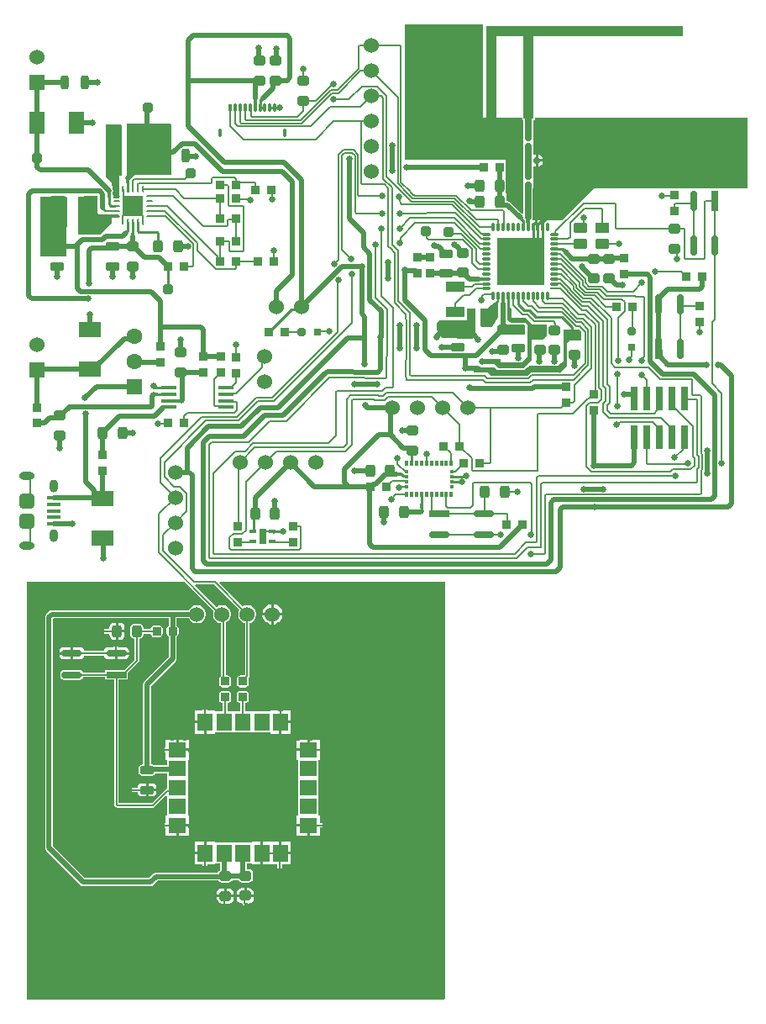
<source format=gtl>
G04*
G04 #@! TF.GenerationSoftware,Altium Limited,Altium Designer,22.9.1 (49)*
G04*
G04 Layer_Physical_Order=1*
G04 Layer_Color=255*
%FSLAX44Y44*%
%MOMM*%
G71*
G04*
G04 #@! TF.SameCoordinates,0914E3C7-33D6-4C2E-B1A8-6EB065383EFC*
G04*
G04*
G04 #@! TF.FilePolarity,Positive*
G04*
G01*
G75*
%ADD10C,0.1524*%
%ADD11C,0.2540*%
%ADD14C,0.5080*%
%ADD23C,0.2032*%
%ADD27R,0.8000X0.8000*%
G04:AMPARAMS|DCode=33|XSize=0.4mm|YSize=1.35mm|CornerRadius=0.1mm|HoleSize=0mm|Usage=FLASHONLY|Rotation=270.000|XOffset=0mm|YOffset=0mm|HoleType=Round|Shape=RoundedRectangle|*
%AMROUNDEDRECTD33*
21,1,0.4000,1.1500,0,0,270.0*
21,1,0.2000,1.3500,0,0,270.0*
1,1,0.2000,-0.5750,-0.1000*
1,1,0.2000,-0.5750,0.1000*
1,1,0.2000,0.5750,0.1000*
1,1,0.2000,0.5750,-0.1000*
%
%ADD33ROUNDEDRECTD33*%
G04:AMPARAMS|DCode=34|XSize=1.5mm|YSize=1.55mm|CornerRadius=0.375mm|HoleSize=0mm|Usage=FLASHONLY|Rotation=270.000|XOffset=0mm|YOffset=0mm|HoleType=Round|Shape=RoundedRectangle|*
%AMROUNDEDRECTD34*
21,1,1.5000,0.8000,0,0,270.0*
21,1,0.7500,1.5500,0,0,270.0*
1,1,0.7500,-0.4000,-0.3750*
1,1,0.7500,-0.4000,0.3750*
1,1,0.7500,0.4000,0.3750*
1,1,0.7500,0.4000,-0.3750*
%
%ADD34ROUNDEDRECTD34*%
G04:AMPARAMS|DCode=35|XSize=1.2mm|YSize=1mm|CornerRadius=0.25mm|HoleSize=0mm|Usage=FLASHONLY|Rotation=180.000|XOffset=0mm|YOffset=0mm|HoleType=Round|Shape=RoundedRectangle|*
%AMROUNDEDRECTD35*
21,1,1.2000,0.5000,0,0,180.0*
21,1,0.7000,1.0000,0,0,180.0*
1,1,0.5000,-0.3500,0.2500*
1,1,0.5000,0.3500,0.2500*
1,1,0.5000,0.3500,-0.2500*
1,1,0.5000,-0.3500,-0.2500*
%
%ADD35ROUNDEDRECTD35*%
G04:AMPARAMS|DCode=36|XSize=0.4mm|YSize=0.8mm|CornerRadius=0.1mm|HoleSize=0mm|Usage=FLASHONLY|Rotation=0.000|XOffset=0mm|YOffset=0mm|HoleType=Round|Shape=RoundedRectangle|*
%AMROUNDEDRECTD36*
21,1,0.4000,0.6000,0,0,0.0*
21,1,0.2000,0.8000,0,0,0.0*
1,1,0.2000,0.1000,-0.3000*
1,1,0.2000,-0.1000,-0.3000*
1,1,0.2000,-0.1000,0.3000*
1,1,0.2000,0.1000,0.3000*
%
%ADD36ROUNDEDRECTD36*%
G04:AMPARAMS|DCode=37|XSize=0.3mm|YSize=0.8mm|CornerRadius=0.075mm|HoleSize=0mm|Usage=FLASHONLY|Rotation=0.000|XOffset=0mm|YOffset=0mm|HoleType=Round|Shape=RoundedRectangle|*
%AMROUNDEDRECTD37*
21,1,0.3000,0.6500,0,0,0.0*
21,1,0.1500,0.8000,0,0,0.0*
1,1,0.1500,0.0750,-0.3250*
1,1,0.1500,-0.0750,-0.3250*
1,1,0.1500,-0.0750,0.3250*
1,1,0.1500,0.0750,0.3250*
%
%ADD37ROUNDEDRECTD37*%
%ADD38R,0.3000X0.8000*%
G04:AMPARAMS|DCode=39|XSize=1.4mm|YSize=0.8mm|CornerRadius=0.2mm|HoleSize=0mm|Usage=FLASHONLY|Rotation=0.000|XOffset=0mm|YOffset=0mm|HoleType=Round|Shape=RoundedRectangle|*
%AMROUNDEDRECTD39*
21,1,1.4000,0.4000,0,0,0.0*
21,1,1.0000,0.8000,0,0,0.0*
1,1,0.4000,0.5000,-0.2000*
1,1,0.4000,-0.5000,-0.2000*
1,1,0.4000,-0.5000,0.2000*
1,1,0.4000,0.5000,0.2000*
%
%ADD39ROUNDEDRECTD39*%
G04:AMPARAMS|DCode=40|XSize=0.9mm|YSize=0.9mm|CornerRadius=0.225mm|HoleSize=0mm|Usage=FLASHONLY|Rotation=180.000|XOffset=0mm|YOffset=0mm|HoleType=Round|Shape=RoundedRectangle|*
%AMROUNDEDRECTD40*
21,1,0.9000,0.4500,0,0,180.0*
21,1,0.4500,0.9000,0,0,180.0*
1,1,0.4500,-0.2250,0.2250*
1,1,0.4500,0.2250,0.2250*
1,1,0.4500,0.2250,-0.2250*
1,1,0.4500,-0.2250,-0.2250*
%
%ADD40ROUNDEDRECTD40*%
G04:AMPARAMS|DCode=41|XSize=0.26mm|YSize=0.86mm|CornerRadius=0.065mm|HoleSize=0mm|Usage=FLASHONLY|Rotation=180.000|XOffset=0mm|YOffset=0mm|HoleType=Round|Shape=RoundedRectangle|*
%AMROUNDEDRECTD41*
21,1,0.2600,0.7300,0,0,180.0*
21,1,0.1300,0.8600,0,0,180.0*
1,1,0.1300,-0.0650,0.3650*
1,1,0.1300,0.0650,0.3650*
1,1,0.1300,0.0650,-0.3650*
1,1,0.1300,-0.0650,-0.3650*
%
%ADD41ROUNDEDRECTD41*%
G04:AMPARAMS|DCode=42|XSize=0.26mm|YSize=0.86mm|CornerRadius=0.065mm|HoleSize=0mm|Usage=FLASHONLY|Rotation=270.000|XOffset=0mm|YOffset=0mm|HoleType=Round|Shape=RoundedRectangle|*
%AMROUNDEDRECTD42*
21,1,0.2600,0.7300,0,0,270.0*
21,1,0.1300,0.8600,0,0,270.0*
1,1,0.1300,-0.3650,-0.0650*
1,1,0.1300,-0.3650,0.0650*
1,1,0.1300,0.3650,0.0650*
1,1,0.1300,0.3650,-0.0650*
%
%ADD42ROUNDEDRECTD42*%
%ADD43R,0.8600X0.2600*%
G04:AMPARAMS|DCode=45|XSize=0.24mm|YSize=0.6mm|CornerRadius=0.06mm|HoleSize=0mm|Usage=FLASHONLY|Rotation=90.000|XOffset=0mm|YOffset=0mm|HoleType=Round|Shape=RoundedRectangle|*
%AMROUNDEDRECTD45*
21,1,0.2400,0.4800,0,0,90.0*
21,1,0.1200,0.6000,0,0,90.0*
1,1,0.1200,0.2400,0.0600*
1,1,0.1200,0.2400,-0.0600*
1,1,0.1200,-0.2400,-0.0600*
1,1,0.1200,-0.2400,0.0600*
%
%ADD45ROUNDEDRECTD45*%
G04:AMPARAMS|DCode=46|XSize=0.24mm|YSize=0.6mm|CornerRadius=0.06mm|HoleSize=0mm|Usage=FLASHONLY|Rotation=180.000|XOffset=0mm|YOffset=0mm|HoleType=Round|Shape=RoundedRectangle|*
%AMROUNDEDRECTD46*
21,1,0.2400,0.4800,0,0,180.0*
21,1,0.1200,0.6000,0,0,180.0*
1,1,0.1200,-0.0600,0.2400*
1,1,0.1200,0.0600,0.2400*
1,1,0.1200,0.0600,-0.2400*
1,1,0.1200,-0.0600,-0.2400*
%
%ADD46ROUNDEDRECTD46*%
%ADD47R,0.2400X0.6000*%
G04:AMPARAMS|DCode=48|XSize=1.016mm|YSize=1.016mm|CornerRadius=0.254mm|HoleSize=0mm|Usage=FLASHONLY|Rotation=0.000|XOffset=0mm|YOffset=0mm|HoleType=Round|Shape=RoundedRectangle|*
%AMROUNDEDRECTD48*
21,1,1.0160,0.5080,0,0,0.0*
21,1,0.5080,1.0160,0,0,0.0*
1,1,0.5080,0.2540,-0.2540*
1,1,0.5080,-0.2540,-0.2540*
1,1,0.5080,-0.2540,0.2540*
1,1,0.5080,0.2540,0.2540*
%
%ADD48ROUNDEDRECTD48*%
G04:AMPARAMS|DCode=49|XSize=2mm|YSize=0.7mm|CornerRadius=0.175mm|HoleSize=0mm|Usage=FLASHONLY|Rotation=90.000|XOffset=0mm|YOffset=0mm|HoleType=Round|Shape=RoundedRectangle|*
%AMROUNDEDRECTD49*
21,1,2.0000,0.3500,0,0,90.0*
21,1,1.6500,0.7000,0,0,90.0*
1,1,0.3500,0.1750,0.8250*
1,1,0.3500,0.1750,-0.8250*
1,1,0.3500,-0.1750,-0.8250*
1,1,0.3500,-0.1750,0.8250*
%
%ADD49ROUNDEDRECTD49*%
%ADD50R,0.7000X2.0000*%
%ADD51R,1.9000X1.1000*%
G04:AMPARAMS|DCode=52|XSize=0.9mm|YSize=0.9mm|CornerRadius=0.225mm|HoleSize=0mm|Usage=FLASHONLY|Rotation=90.000|XOffset=0mm|YOffset=0mm|HoleType=Round|Shape=RoundedRectangle|*
%AMROUNDEDRECTD52*
21,1,0.9000,0.4500,0,0,90.0*
21,1,0.4500,0.9000,0,0,90.0*
1,1,0.4500,0.2250,0.2250*
1,1,0.4500,0.2250,-0.2250*
1,1,0.4500,-0.2250,-0.2250*
1,1,0.4500,-0.2250,0.2250*
%
%ADD52ROUNDEDRECTD52*%
G04:AMPARAMS|DCode=53|XSize=0.8mm|YSize=0.8mm|CornerRadius=0.2mm|HoleSize=0mm|Usage=FLASHONLY|Rotation=180.000|XOffset=0mm|YOffset=0mm|HoleType=Round|Shape=RoundedRectangle|*
%AMROUNDEDRECTD53*
21,1,0.8000,0.4000,0,0,180.0*
21,1,0.4000,0.8000,0,0,180.0*
1,1,0.4000,-0.2000,0.2000*
1,1,0.4000,0.2000,0.2000*
1,1,0.4000,0.2000,-0.2000*
1,1,0.4000,-0.2000,-0.2000*
%
%ADD53ROUNDEDRECTD53*%
G04:AMPARAMS|DCode=54|XSize=0.76mm|YSize=2.4mm|CornerRadius=0.19mm|HoleSize=0mm|Usage=FLASHONLY|Rotation=0.000|XOffset=0mm|YOffset=0mm|HoleType=Round|Shape=RoundedRectangle|*
%AMROUNDEDRECTD54*
21,1,0.7600,2.0200,0,0,0.0*
21,1,0.3800,2.4000,0,0,0.0*
1,1,0.3800,0.1900,-1.0100*
1,1,0.3800,-0.1900,-1.0100*
1,1,0.3800,-0.1900,1.0100*
1,1,0.3800,0.1900,1.0100*
%
%ADD54ROUNDEDRECTD54*%
%ADD55R,0.7600X2.4000*%
G04:AMPARAMS|DCode=56|XSize=1.4mm|YSize=0.8mm|CornerRadius=0.2mm|HoleSize=0mm|Usage=FLASHONLY|Rotation=270.000|XOffset=0mm|YOffset=0mm|HoleType=Round|Shape=RoundedRectangle|*
%AMROUNDEDRECTD56*
21,1,1.4000,0.4000,0,0,270.0*
21,1,1.0000,0.8000,0,0,270.0*
1,1,0.4000,-0.2000,-0.5000*
1,1,0.4000,-0.2000,0.5000*
1,1,0.4000,0.2000,0.5000*
1,1,0.4000,0.2000,-0.5000*
%
%ADD56ROUNDEDRECTD56*%
G04:AMPARAMS|DCode=57|XSize=0.62mm|YSize=0.66mm|CornerRadius=0.155mm|HoleSize=0mm|Usage=FLASHONLY|Rotation=180.000|XOffset=0mm|YOffset=0mm|HoleType=Round|Shape=RoundedRectangle|*
%AMROUNDEDRECTD57*
21,1,0.6200,0.3500,0,0,180.0*
21,1,0.3100,0.6600,0,0,180.0*
1,1,0.3100,-0.1550,0.1750*
1,1,0.3100,0.1550,0.1750*
1,1,0.3100,0.1550,-0.1750*
1,1,0.3100,-0.1550,-0.1750*
%
%ADD57ROUNDEDRECTD57*%
G04:AMPARAMS|DCode=58|XSize=0.62mm|YSize=0.66mm|CornerRadius=0.155mm|HoleSize=0mm|Usage=FLASHONLY|Rotation=90.000|XOffset=0mm|YOffset=0mm|HoleType=Round|Shape=RoundedRectangle|*
%AMROUNDEDRECTD58*
21,1,0.6200,0.3500,0,0,90.0*
21,1,0.3100,0.6600,0,0,90.0*
1,1,0.3100,0.1750,0.1550*
1,1,0.3100,0.1750,-0.1550*
1,1,0.3100,-0.1750,-0.1550*
1,1,0.3100,-0.1750,0.1550*
%
%ADD58ROUNDEDRECTD58*%
G04:AMPARAMS|DCode=59|XSize=1.2mm|YSize=1mm|CornerRadius=0.25mm|HoleSize=0mm|Usage=FLASHONLY|Rotation=270.000|XOffset=0mm|YOffset=0mm|HoleType=Round|Shape=RoundedRectangle|*
%AMROUNDEDRECTD59*
21,1,1.2000,0.5000,0,0,270.0*
21,1,0.7000,1.0000,0,0,270.0*
1,1,0.5000,-0.2500,-0.3500*
1,1,0.5000,-0.2500,0.3500*
1,1,0.5000,0.2500,0.3500*
1,1,0.5000,0.2500,-0.3500*
%
%ADD59ROUNDEDRECTD59*%
%ADD60R,1.4500X3.8900*%
G04:AMPARAMS|DCode=61|XSize=1.57mm|YSize=0.41mm|CornerRadius=0.0513mm|HoleSize=0mm|Usage=FLASHONLY|Rotation=180.000|XOffset=0mm|YOffset=0mm|HoleType=Round|Shape=RoundedRectangle|*
%AMROUNDEDRECTD61*
21,1,1.5700,0.3075,0,0,180.0*
21,1,1.4675,0.4100,0,0,180.0*
1,1,0.1025,-0.7338,0.1538*
1,1,0.1025,0.7338,0.1538*
1,1,0.1025,0.7338,-0.1538*
1,1,0.1025,-0.7338,-0.1538*
%
%ADD61ROUNDEDRECTD61*%
%ADD62R,1.5700X0.4100*%
G04:AMPARAMS|DCode=63|XSize=1.4mm|YSize=1.1mm|CornerRadius=0.275mm|HoleSize=0mm|Usage=FLASHONLY|Rotation=0.000|XOffset=0mm|YOffset=0mm|HoleType=Round|Shape=RoundedRectangle|*
%AMROUNDEDRECTD63*
21,1,1.4000,0.5500,0,0,0.0*
21,1,0.8500,1.1000,0,0,0.0*
1,1,0.5500,0.4250,-0.2750*
1,1,0.5500,-0.4250,-0.2750*
1,1,0.5500,-0.4250,0.2750*
1,1,0.5500,0.4250,0.2750*
%
%ADD63ROUNDEDRECTD63*%
%ADD64R,1.4000X1.1000*%
%ADD65R,0.6500X1.6000*%
%ADD66R,0.7500X0.3500*%
G04:AMPARAMS|DCode=67|XSize=0.35mm|YSize=0.75mm|CornerRadius=0.0875mm|HoleSize=0mm|Usage=FLASHONLY|Rotation=90.000|XOffset=0mm|YOffset=0mm|HoleType=Round|Shape=RoundedRectangle|*
%AMROUNDEDRECTD67*
21,1,0.3500,0.5750,0,0,90.0*
21,1,0.1750,0.7500,0,0,90.0*
1,1,0.1750,0.2875,0.0875*
1,1,0.1750,0.2875,-0.0875*
1,1,0.1750,-0.2875,-0.0875*
1,1,0.1750,-0.2875,0.0875*
%
%ADD67ROUNDEDRECTD67*%
G04:AMPARAMS|DCode=68|XSize=2mm|YSize=0.7mm|CornerRadius=0.175mm|HoleSize=0mm|Usage=FLASHONLY|Rotation=0.000|XOffset=0mm|YOffset=0mm|HoleType=Round|Shape=RoundedRectangle|*
%AMROUNDEDRECTD68*
21,1,2.0000,0.3500,0,0,0.0*
21,1,1.6500,0.7000,0,0,0.0*
1,1,0.3500,0.8250,-0.1750*
1,1,0.3500,-0.8250,-0.1750*
1,1,0.3500,-0.8250,0.1750*
1,1,0.3500,0.8250,0.1750*
%
%ADD68ROUNDEDRECTD68*%
%ADD69R,2.0000X0.7000*%
%ADD70R,1.5000X2.2000*%
%ADD71R,2.2000X1.5000*%
G04:AMPARAMS|DCode=72|XSize=0.8mm|YSize=0.8mm|CornerRadius=0.2mm|HoleSize=0mm|Usage=FLASHONLY|Rotation=270.000|XOffset=0mm|YOffset=0mm|HoleType=Round|Shape=RoundedRectangle|*
%AMROUNDEDRECTD72*
21,1,0.8000,0.4000,0,0,270.0*
21,1,0.4000,0.8000,0,0,270.0*
1,1,0.4000,-0.2000,-0.2000*
1,1,0.4000,-0.2000,0.2000*
1,1,0.4000,0.2000,0.2000*
1,1,0.4000,0.2000,-0.2000*
%
%ADD72ROUNDEDRECTD72*%
%ADD73R,0.8000X0.8000*%
%ADD74R,0.3000X0.5250*%
%ADD75R,0.4250X0.3000*%
%ADD130R,4.7000X4.7000*%
%ADD131R,2.0500X2.0500*%
%ADD132R,1.0160X8.3312*%
%ADD133R,19.8628X0.9906*%
%ADD134R,0.7000X1.6000*%
%ADD135R,1.5000X1.8000*%
%ADD136R,1.8000X1.5000*%
%ADD137C,0.6350*%
%ADD138C,1.5240*%
%ADD139O,0.8128X1.3000*%
%ADD140O,1.5500X0.8128*%
%ADD141R,1.5240X1.5240*%
%ADD142C,1.6000*%
%ADD143R,1.6000X1.6000*%
%ADD144C,0.6350*%
%ADD145C,0.5588*%
%ADD146C,0.5000*%
G36*
X253349Y915984D02*
X251198Y914902D01*
X249402Y916698D01*
X250484Y918849D01*
X253349Y915984D01*
D02*
G37*
G36*
X246340Y911650D02*
X243800D01*
X243273Y917135D01*
X246867D01*
X246340Y911650D01*
D02*
G37*
G36*
X741680Y828040D02*
X586740D01*
X554080Y795380D01*
X525177D01*
X524498Y796650D01*
X524676Y796917D01*
X525041Y798750D01*
Y828277D01*
X525302Y828538D01*
Y839523D01*
X525409Y840060D01*
Y849609D01*
X526679Y850457D01*
X527668Y850260D01*
X528148D01*
Y855980D01*
Y861700D01*
X527668D01*
X526679Y861503D01*
X525409Y862351D01*
Y867750D01*
X525500D01*
Y881000D01*
X525409D01*
Y896874D01*
X527558D01*
Y899160D01*
X741680D01*
Y828040D01*
D02*
G37*
G36*
X160528Y892556D02*
Y841756D01*
X124206D01*
X118711Y836261D01*
X118618Y835293D01*
Y830768D01*
X118362Y830385D01*
X118118Y829160D01*
Y824360D01*
X117595Y823722D01*
X115824D01*
Y830840D01*
X115650D01*
X115123Y836325D01*
X115824D01*
Y893064D01*
X160020D01*
X160528Y892556D01*
D02*
G37*
G36*
X99030Y818210D02*
X96490D01*
X95963Y823695D01*
X99558D01*
X99030Y818210D01*
D02*
G37*
G36*
X109474Y892048D02*
X110490Y891268D01*
Y840994D01*
X108500D01*
Y819043D01*
X107820Y818026D01*
X103020D01*
X102281Y819004D01*
X101768Y824806D01*
X101904Y825490D01*
X101589Y827075D01*
X101564Y827112D01*
X100951Y834049D01*
X94996Y840004D01*
Y892048D01*
X109474D01*
D02*
G37*
G36*
X94959Y805978D02*
X93522Y804542D01*
X91054Y805575D01*
X93925Y808446D01*
X94959Y805978D01*
D02*
G37*
G36*
X474980Y899160D02*
X514350D01*
Y896874D01*
X515827D01*
Y881000D01*
X515750D01*
Y867750D01*
X515827D01*
Y857998D01*
X515734Y857530D01*
Y854430D01*
X515827Y853962D01*
Y840060D01*
X515872Y839833D01*
X515618Y839523D01*
X515618D01*
Y831692D01*
X515459Y830892D01*
Y802697D01*
X514189Y802171D01*
X502640Y813720D01*
X501296Y814618D01*
X499710Y814934D01*
X498353D01*
Y817750D01*
X498231Y818364D01*
X498103Y827408D01*
Y834000D01*
X498003Y834504D01*
X497819Y847479D01*
Y851463D01*
X497758Y851768D01*
X497692Y856500D01*
X396240D01*
Y992876D01*
X474980D01*
Y899160D01*
D02*
G37*
G36*
X516148Y796148D02*
X514352Y794352D01*
X512148Y795485D01*
X515015Y798352D01*
X516148Y796148D01*
D02*
G37*
G36*
X521520Y789490D02*
X518980D01*
X518004Y796506D01*
X522496D01*
X521520Y789490D01*
D02*
G37*
G36*
X123195Y786113D02*
X123448Y782290D01*
X123527Y781963D01*
X123617Y781725D01*
X123717Y781575D01*
X120123D01*
X120223Y781725D01*
X120313Y781963D01*
X120392Y782290D01*
X120460Y782706D01*
X120566Y783803D01*
X120645Y786113D01*
X120650Y787060D01*
X123190D01*
X123195Y786113D01*
D02*
G37*
G36*
X86000Y803000D02*
X87500Y801500D01*
X102811D01*
X103020Y801459D01*
X107500D01*
X108321Y800396D01*
X108180Y799300D01*
X107241Y798500D01*
X100330D01*
Y792988D01*
X88432Y781090D01*
X70806D01*
X70606Y781050D01*
X66802D01*
Y819791D01*
X86000D01*
Y803000D01*
D02*
G37*
G36*
X557828Y766769D02*
X554981Y763922D01*
X554102Y765852D01*
X555898Y767648D01*
X557828Y766769D01*
D02*
G37*
G36*
X55608Y818890D02*
X55220Y759460D01*
X28448D01*
Y760476D01*
Y819791D01*
X54713D01*
X55608Y818890D01*
D02*
G37*
G36*
X477530Y738020D02*
Y735480D01*
X472045Y734953D01*
Y738547D01*
X477530Y738020D01*
D02*
G37*
G36*
X491231Y715730D02*
X491050Y714733D01*
X490515Y713932D01*
X490121Y711950D01*
Y698193D01*
X489250Y696858D01*
X484000Y688492D01*
X474258D01*
X472500Y690250D01*
Y706742D01*
X479366D01*
X486807Y713178D01*
X487145Y713245D01*
X488200Y713950D01*
X488734Y714750D01*
X489250D01*
Y716558D01*
X490520Y716761D01*
X491231Y715730D01*
D02*
G37*
G36*
X497097Y713745D02*
X496750D01*
Y693250D01*
X499000Y691000D01*
X501458D01*
X501651Y690871D01*
X503138Y690575D01*
X516328D01*
X517250Y689653D01*
Y680250D01*
X494250D01*
Y713745D01*
X493503D01*
X494538Y719453D01*
X496062D01*
X497097Y713745D01*
D02*
G37*
G36*
X467154Y682964D02*
X469017Y681101D01*
X464439Y676523D01*
X433705Y677043D01*
X428000Y685750D01*
Y692750D01*
X430430Y695180D01*
X459080D01*
Y695740D01*
Y706418D01*
X459404Y706742D01*
X467154D01*
Y682964D01*
D02*
G37*
G36*
X501548Y698856D02*
X503154Y697250D01*
X518394D01*
X524644Y691000D01*
X538750D01*
Y690575D01*
Y679500D01*
X538192Y678942D01*
X534890Y675640D01*
X523630D01*
Y654630D01*
X515500Y646500D01*
X515000Y647000D01*
X490750D01*
X487000Y650750D01*
X481250D01*
X480030Y651970D01*
Y654860D01*
X479981Y654980D01*
X480829Y656250D01*
X492500D01*
Y652500D01*
X509085D01*
X509565Y652301D01*
X511435D01*
X511915Y652500D01*
X513750D01*
X520000Y658750D01*
Y678942D01*
X519938D01*
Y691532D01*
X519486Y692912D01*
X501548D01*
X499444Y695016D01*
Y711950D01*
X499128Y713536D01*
X499110Y713563D01*
Y719900D01*
X501548D01*
Y698856D01*
D02*
G37*
G36*
X573750Y684139D02*
Y675000D01*
X561750D01*
X559500Y672750D01*
Y649250D01*
X552250Y642000D01*
X552000Y642250D01*
X522750D01*
X519750Y639250D01*
X483000D01*
X479750Y642500D01*
X465500D01*
Y646586D01*
X466413Y647468D01*
X472706Y647250D01*
X486750D01*
X489250Y644750D01*
X516750D01*
X521250Y649250D01*
X530335D01*
X530815Y649051D01*
X532685D01*
X533165Y649250D01*
X545335D01*
X545815Y649051D01*
X547685D01*
X548165Y649250D01*
X551000D01*
X555750Y654000D01*
Y685500D01*
X572389D01*
X573750Y684139D01*
D02*
G37*
G36*
X150484Y621740D02*
Y619200D01*
X144999Y618673D01*
Y622267D01*
X150484Y621740D01*
D02*
G37*
G36*
X169322Y612173D02*
X163838Y612700D01*
Y615240D01*
X169322Y615767D01*
Y612173D01*
D02*
G37*
G36*
X392428Y541370D02*
Y538830D01*
X388959Y538085D01*
Y542115D01*
X392428Y541370D01*
D02*
G37*
G36*
X414581Y504915D02*
X410986D01*
X411514Y510400D01*
X414054D01*
X414581Y504915D01*
D02*
G37*
G36*
X436314Y11369D02*
X435141Y10883D01*
X435044Y10980D01*
X15240D01*
Y431800D01*
X174138D01*
X203337Y402601D01*
X203315Y402564D01*
X202692Y400238D01*
Y397830D01*
X203315Y395504D01*
X204519Y393419D01*
X206222Y391717D01*
X208307Y390513D01*
X210632Y389890D01*
X211063D01*
Y337130D01*
X209981Y336407D01*
X209147Y335159D01*
X208854Y333686D01*
Y329186D01*
X209147Y327713D01*
X209981Y326465D01*
X211229Y325631D01*
X212702Y325338D01*
X217202D01*
X218675Y325631D01*
X219923Y326465D01*
X220757Y327713D01*
X221050Y329186D01*
Y333686D01*
X220757Y335159D01*
X219923Y336407D01*
X218675Y337241D01*
X217202Y337534D01*
X215725D01*
Y390721D01*
X217451Y391717D01*
X219153Y393419D01*
X220357Y395504D01*
X220980Y397830D01*
Y400238D01*
X220357Y402564D01*
X219153Y404649D01*
X217451Y406351D01*
X215366Y407555D01*
X213040Y408178D01*
X210632D01*
X208307Y407555D01*
X206222Y406351D01*
X206201Y406330D01*
X184646Y427884D01*
X185173Y429154D01*
X203819D01*
X229336Y403638D01*
X228715Y402564D01*
X228092Y400238D01*
Y397830D01*
X228715Y395504D01*
X229919Y393419D01*
X231621Y391717D01*
X233706Y390513D01*
X234905Y390192D01*
Y337711D01*
X234729Y337534D01*
X230482D01*
X229009Y337241D01*
X227761Y336407D01*
X226927Y335159D01*
X226634Y333686D01*
Y329186D01*
X226927Y327713D01*
X227761Y326465D01*
X229009Y325631D01*
X230482Y325338D01*
X234982D01*
X236455Y325631D01*
X237703Y326465D01*
X238537Y327713D01*
X238830Y329186D01*
Y333686D01*
X238605Y334818D01*
X238884Y335097D01*
X239389Y335853D01*
X239567Y336745D01*
Y390192D01*
X240765Y390513D01*
X242850Y391717D01*
X244553Y393419D01*
X245757Y395504D01*
X246380Y397830D01*
Y400238D01*
X245757Y402564D01*
X244553Y404649D01*
X242850Y406351D01*
X240765Y407555D01*
X238440Y408178D01*
X236032D01*
X233706Y407555D01*
X232632Y406934D01*
X208939Y430627D01*
X209426Y431800D01*
X436314D01*
Y11369D01*
D02*
G37*
%LPC*%
G36*
X531168Y861700D02*
X530688D01*
Y857250D01*
X535338D01*
Y857530D01*
X535021Y859126D01*
X534117Y860479D01*
X532764Y861383D01*
X531168Y861700D01*
D02*
G37*
G36*
X535338Y854710D02*
X530688D01*
Y850260D01*
X531168D01*
X532764Y850577D01*
X534117Y851481D01*
X535021Y852834D01*
X535338Y854430D01*
Y854710D01*
D02*
G37*
G36*
X79080Y805620D02*
X77098Y805226D01*
X75418Y804103D01*
X74295Y802422D01*
X73901Y800440D01*
X74295Y798458D01*
X75418Y796778D01*
X76572Y795624D01*
X78253Y794501D01*
X80235Y794107D01*
X82217Y794501D01*
X83897Y795624D01*
X85020Y797304D01*
X85414Y799286D01*
X85020Y801268D01*
X83897Y802949D01*
X82743Y804103D01*
X81062Y805226D01*
X79080Y805620D01*
D02*
G37*
G36*
X263974Y409194D02*
X263906D01*
Y400304D01*
X272796D01*
Y400372D01*
X272104Y402956D01*
X270766Y405272D01*
X268874Y407164D01*
X266558Y408502D01*
X263974Y409194D01*
D02*
G37*
G36*
X261366D02*
X261298D01*
X258714Y408502D01*
X256398Y407164D01*
X254506Y405272D01*
X253168Y402956D01*
X252476Y400372D01*
Y400304D01*
X261366D01*
Y409194D01*
D02*
G37*
G36*
X187640Y408178D02*
X185232D01*
X182906Y407555D01*
X180821Y406351D01*
X179119Y404649D01*
X178270Y403178D01*
X40408D01*
X38822Y402862D01*
X37478Y401964D01*
X34502Y398988D01*
X33604Y397644D01*
X33288Y396058D01*
Y163736D01*
X33604Y162150D01*
X34502Y160806D01*
X68952Y126356D01*
X70296Y125458D01*
X71882Y125142D01*
X139902D01*
X141488Y125458D01*
X142832Y126356D01*
X147173Y130697D01*
X208028D01*
X208551Y129915D01*
X209882Y129025D01*
X211452Y128713D01*
X218452D01*
X220022Y129025D01*
X221353Y129915D01*
X222243Y131246D01*
X222244Y131252D01*
X228084D01*
X228871Y130075D01*
X230202Y129185D01*
X231772Y128873D01*
X238772D01*
X240342Y129185D01*
X241673Y130075D01*
X242563Y131406D01*
X242875Y132976D01*
Y137976D01*
X242563Y139546D01*
X241673Y140877D01*
X240342Y141767D01*
X238772Y142079D01*
X236876D01*
Y147852D01*
X241692D01*
Y146836D01*
X250462D01*
Y158376D01*
Y169916D01*
X241692D01*
Y168900D01*
X223708D01*
Y168900D01*
X222756D01*
Y168900D01*
X204772D01*
Y169916D01*
X196002D01*
Y158376D01*
X194732D01*
Y157106D01*
X184692D01*
Y146836D01*
X192301D01*
Y143096D01*
X192479Y142204D01*
X192984Y141448D01*
X193740Y140943D01*
X194632Y140765D01*
X195524Y140943D01*
X196280Y141448D01*
X196785Y142204D01*
X196963Y143096D01*
Y146836D01*
X204772D01*
Y147852D01*
X210198D01*
Y141669D01*
X209882Y141607D01*
X208551Y140717D01*
X207661Y139386D01*
X207582Y138985D01*
X145457D01*
X145457Y138985D01*
X143871Y138669D01*
X142527Y137771D01*
X138186Y133430D01*
X73598D01*
X41576Y165452D01*
Y394342D01*
X42124Y394890D01*
X157848D01*
Y387380D01*
X157021Y386827D01*
X156187Y385579D01*
X155894Y384106D01*
Y379606D01*
X156187Y378134D01*
X157021Y376885D01*
X157848Y376332D01*
Y356012D01*
X133282Y331446D01*
X132384Y330102D01*
X132068Y328516D01*
Y247589D01*
X131212D01*
X129837Y247316D01*
X128671Y246537D01*
X127893Y245371D01*
X127619Y243996D01*
Y239996D01*
X127893Y238621D01*
X128671Y237455D01*
X129837Y236677D01*
X131212Y236403D01*
X141212D01*
X142587Y236677D01*
X143753Y237455D01*
X144479Y238542D01*
X156208D01*
Y234670D01*
X156208Y234352D01*
Y233400D01*
X156208Y233082D01*
Y223394D01*
X155447Y223242D01*
X154691Y222737D01*
X140881Y208927D01*
X107703D01*
Y333062D01*
X116896D01*
Y339814D01*
X127540Y350458D01*
X128045Y351214D01*
X128223Y352106D01*
Y374253D01*
X128392D01*
X129962Y374566D01*
X131293Y375455D01*
X132183Y376786D01*
X132495Y378356D01*
Y379525D01*
X139910D01*
X140187Y378134D01*
X141021Y376885D01*
X142269Y376051D01*
X143742Y375758D01*
X148242D01*
X149715Y376051D01*
X150963Y376885D01*
X151797Y378134D01*
X152090Y379606D01*
Y384106D01*
X151797Y385579D01*
X150963Y386827D01*
X149715Y387661D01*
X148242Y387954D01*
X143742D01*
X142269Y387661D01*
X141021Y386827D01*
X140187Y385579D01*
X139910Y384187D01*
X132495D01*
Y385356D01*
X132183Y386926D01*
X131293Y388257D01*
X129962Y389146D01*
X128392Y389459D01*
X123392D01*
X121822Y389146D01*
X120491Y388257D01*
X119601Y386926D01*
X119289Y385356D01*
Y378356D01*
X119601Y376786D01*
X120491Y375455D01*
X121822Y374566D01*
X123392Y374253D01*
X123561D01*
Y353072D01*
X113600Y343110D01*
X93848D01*
Y340417D01*
X71845D01*
X71706Y341113D01*
X70982Y342196D01*
X69899Y342920D01*
X68622Y343174D01*
X52122D01*
X50845Y342920D01*
X49762Y342196D01*
X49038Y341113D01*
X48784Y339836D01*
Y336336D01*
X49038Y335059D01*
X49762Y333976D01*
X50845Y333252D01*
X52122Y332998D01*
X68622D01*
X69899Y333252D01*
X70982Y333976D01*
X71706Y335059D01*
X71845Y335755D01*
X93848D01*
Y333062D01*
X103041D01*
Y207489D01*
X103219Y206597D01*
X103724Y205841D01*
X104617Y204948D01*
X105373Y204443D01*
X106265Y204265D01*
X141846D01*
X142738Y204443D01*
X143494Y204948D01*
X155035Y216488D01*
X156208Y216003D01*
X156208Y215352D01*
Y214400D01*
X156208Y214082D01*
Y196416D01*
X155192D01*
Y188607D01*
X151452D01*
X150560Y188429D01*
X149804Y187924D01*
X149299Y187168D01*
X149121Y186276D01*
X149299Y185384D01*
X149804Y184628D01*
X150560Y184123D01*
X151452Y183945D01*
X155192D01*
Y176336D01*
X165462D01*
Y186376D01*
X166732D01*
Y187646D01*
X178272D01*
Y196416D01*
X177256D01*
Y214082D01*
X177256Y214400D01*
Y215352D01*
X177256Y215670D01*
Y233082D01*
X177256Y233400D01*
Y234352D01*
X177256Y234670D01*
Y252336D01*
X178272D01*
Y261106D01*
X166732D01*
Y262376D01*
X165462D01*
Y272416D01*
X155192D01*
Y264807D01*
X151452D01*
X150560Y264629D01*
X149804Y264124D01*
X149299Y263368D01*
X149121Y262476D01*
X149299Y261584D01*
X149804Y260828D01*
X150560Y260323D01*
X151452Y260145D01*
X155192D01*
Y252336D01*
X156208D01*
Y246830D01*
X143314D01*
X142587Y247316D01*
X141212Y247589D01*
X140356D01*
Y326800D01*
X164922Y351366D01*
X165820Y352710D01*
X166136Y354296D01*
Y376332D01*
X166963Y376885D01*
X167797Y378134D01*
X168090Y379606D01*
Y384106D01*
X167797Y385579D01*
X166963Y386827D01*
X166136Y387380D01*
Y394890D01*
X178270D01*
X179119Y393419D01*
X180821Y391717D01*
X182906Y390513D01*
X185232Y389890D01*
X187640D01*
X189965Y390513D01*
X192050Y391717D01*
X193753Y393419D01*
X194957Y395504D01*
X195580Y397830D01*
Y400238D01*
X194957Y402564D01*
X193753Y404649D01*
X192050Y406351D01*
X189965Y407555D01*
X187640Y408178D01*
D02*
G37*
G36*
X272796Y397764D02*
X263906D01*
Y388874D01*
X263974D01*
X266558Y389566D01*
X268874Y390904D01*
X270766Y392796D01*
X272104Y395112D01*
X272796Y397696D01*
Y397764D01*
D02*
G37*
G36*
X261366D02*
X252476D01*
Y397696D01*
X253168Y395112D01*
X254506Y392796D01*
X256398Y390904D01*
X258714Y389566D01*
X261298Y388874D01*
X261366D01*
Y397764D01*
D02*
G37*
G36*
X108392Y390495D02*
X107162D01*
Y383126D01*
X113531D01*
Y385356D01*
X113140Y387323D01*
X112026Y388990D01*
X110358Y390103D01*
X108392Y390495D01*
D02*
G37*
G36*
X113531Y380586D02*
X107162D01*
Y373217D01*
X108392D01*
X110358Y373608D01*
X112026Y374722D01*
X113140Y376390D01*
X113531Y378356D01*
Y380586D01*
D02*
G37*
G36*
X104622Y390495D02*
X103392D01*
X101426Y390103D01*
X99758Y388990D01*
X98645Y387323D01*
X98253Y385356D01*
Y384187D01*
X90492D01*
X89600Y384009D01*
X88844Y383504D01*
X88339Y382748D01*
X88161Y381856D01*
X88339Y380964D01*
X88844Y380208D01*
X89600Y379703D01*
X90492Y379525D01*
X98253D01*
Y378356D01*
X98645Y376390D01*
X99758Y374722D01*
X101426Y373608D01*
X103392Y373217D01*
X104622D01*
Y381856D01*
Y390495D01*
D02*
G37*
G36*
X104902Y371647D02*
X104010Y371469D01*
X103254Y370964D01*
X102749Y370208D01*
X102571Y369316D01*
Y365710D01*
X97122D01*
X95448Y365377D01*
X94029Y364429D01*
X93081Y363010D01*
X92864Y361917D01*
X72881D01*
X72663Y363010D01*
X71715Y364429D01*
X70296Y365377D01*
X68622Y365710D01*
X61642D01*
Y359586D01*
Y353462D01*
X68622D01*
X70296Y353795D01*
X71715Y354743D01*
X72663Y356162D01*
X72881Y357255D01*
X92864D01*
X93081Y356162D01*
X94029Y354743D01*
X95448Y353795D01*
X97122Y353462D01*
X104102D01*
Y359586D01*
X105372D01*
Y360856D01*
X117996D01*
Y361336D01*
X117663Y363010D01*
X116715Y364429D01*
X115296Y365377D01*
X113622Y365710D01*
X107233D01*
Y369316D01*
X107055Y370208D01*
X106550Y370964D01*
X105794Y371469D01*
X104902Y371647D01*
D02*
G37*
G36*
X59102Y365710D02*
X52122D01*
X50448Y365377D01*
X49029Y364429D01*
X48081Y363010D01*
X47748Y361336D01*
Y360856D01*
X59102D01*
Y365710D01*
D02*
G37*
G36*
X117996Y358316D02*
X106642D01*
Y353462D01*
X113622D01*
X115296Y353795D01*
X116715Y354743D01*
X117663Y356162D01*
X117996Y357836D01*
Y358316D01*
D02*
G37*
G36*
X59102D02*
X47748D01*
Y357836D01*
X48081Y356162D01*
X49029Y354743D01*
X50448Y353795D01*
X52122Y353462D01*
X59102D01*
Y358316D01*
D02*
G37*
G36*
X234982Y321534D02*
X230482D01*
X229009Y321241D01*
X227761Y320407D01*
X226927Y319159D01*
X226634Y317686D01*
Y313186D01*
X226927Y311714D01*
X227761Y310465D01*
X229009Y309631D01*
X230401Y309354D01*
Y300900D01*
X224026D01*
X223708Y300900D01*
X222756D01*
X222438Y300900D01*
X217283D01*
Y309354D01*
X218675Y309631D01*
X219923Y310465D01*
X220757Y311714D01*
X221050Y313186D01*
Y317686D01*
X220757Y319159D01*
X219923Y320407D01*
X218675Y321241D01*
X217202Y321534D01*
X212702D01*
X211229Y321241D01*
X209981Y320407D01*
X209147Y319159D01*
X208854Y317686D01*
Y313186D01*
X209147Y311714D01*
X209981Y310465D01*
X211229Y309631D01*
X212621Y309354D01*
Y300900D01*
X204772D01*
Y301916D01*
X196963D01*
Y305656D01*
X196785Y306548D01*
X196280Y307304D01*
X195524Y307809D01*
X194632Y307987D01*
X193740Y307809D01*
X192984Y307304D01*
X192479Y306548D01*
X192301Y305656D01*
Y301916D01*
X184692D01*
Y291646D01*
X194732D01*
Y290376D01*
X196002D01*
Y278836D01*
X204772D01*
Y279852D01*
X222438D01*
X222756Y279852D01*
X223708D01*
X224026Y279852D01*
X241438D01*
X241756Y279852D01*
X242708D01*
X243026Y279852D01*
X260692D01*
Y278836D01*
X269462D01*
Y290376D01*
X270732D01*
Y291646D01*
X280772D01*
Y301916D01*
X273063D01*
Y304006D01*
X272885Y304898D01*
X272380Y305654D01*
X271624Y306159D01*
X270732Y306337D01*
X269840Y306159D01*
X269084Y305654D01*
X268579Y304898D01*
X268401Y304006D01*
Y301916D01*
X260692D01*
Y300900D01*
X243026D01*
X242708Y300900D01*
X241756D01*
X241438Y300900D01*
X235063D01*
Y309354D01*
X236455Y309631D01*
X237703Y310465D01*
X238537Y311714D01*
X238830Y313186D01*
Y317686D01*
X238537Y319159D01*
X237703Y320407D01*
X236455Y321241D01*
X234982Y321534D01*
D02*
G37*
G36*
X280772Y289106D02*
X272002D01*
Y278836D01*
X280772D01*
Y289106D01*
D02*
G37*
G36*
X193462D02*
X184692D01*
Y278836D01*
X193462D01*
Y289106D01*
D02*
G37*
G36*
X178272Y272416D02*
X168002D01*
Y263646D01*
X178272D01*
Y272416D01*
D02*
G37*
G36*
X297462D02*
X287192D01*
Y263646D01*
X297462D01*
Y272416D01*
D02*
G37*
G36*
X141212Y228625D02*
X137482D01*
Y223266D01*
X145841D01*
Y223996D01*
X145489Y225767D01*
X144485Y227269D01*
X142983Y228273D01*
X141212Y228625D01*
D02*
G37*
G36*
X145841Y220726D02*
X137482D01*
Y215367D01*
X141212D01*
X142983Y215719D01*
X144485Y216723D01*
X145489Y218225D01*
X145841Y219996D01*
Y220726D01*
D02*
G37*
G36*
X134942Y228625D02*
X131212D01*
X129441Y228273D01*
X127939Y227269D01*
X126935Y225767D01*
X126633Y224247D01*
X118512D01*
X117620Y224069D01*
X116864Y223564D01*
X116784Y223484D01*
X116279Y222728D01*
X116101Y221836D01*
X116279Y220944D01*
X116784Y220188D01*
X117540Y219683D01*
X118432Y219505D01*
X118834Y219585D01*
X126665D01*
X126935Y218225D01*
X127939Y216723D01*
X129441Y215719D01*
X131212Y215367D01*
X134942D01*
Y221996D01*
Y228625D01*
D02*
G37*
G36*
X310272Y272416D02*
X300002D01*
Y262376D01*
X298732D01*
Y261106D01*
X287192D01*
Y252336D01*
X288208D01*
Y234670D01*
X288208Y234352D01*
Y233400D01*
X288208Y233082D01*
Y215670D01*
X288208Y215352D01*
Y214400D01*
X288208Y214082D01*
Y196416D01*
X287192D01*
Y187646D01*
X298732D01*
Y186376D01*
X300002D01*
Y176336D01*
X310272D01*
Y184105D01*
X315722D01*
X316614Y184283D01*
X317370Y184788D01*
X317875Y185544D01*
X318053Y186436D01*
X317875Y187328D01*
X317370Y188084D01*
X316614Y188589D01*
X315722Y188767D01*
X310272D01*
Y196416D01*
X309256D01*
Y214082D01*
X309256Y214400D01*
Y215352D01*
X309256Y215670D01*
Y233082D01*
X309256Y233400D01*
Y234352D01*
X309256Y234670D01*
Y252336D01*
X310272D01*
Y260045D01*
X312922D01*
X313814Y260223D01*
X314570Y260728D01*
X315075Y261484D01*
X315253Y262376D01*
X315075Y263268D01*
X314570Y264024D01*
X313814Y264529D01*
X312922Y264707D01*
X310272D01*
Y272416D01*
D02*
G37*
G36*
X297462Y185106D02*
X287192D01*
Y176336D01*
X297462D01*
Y185106D01*
D02*
G37*
G36*
X178272D02*
X168002D01*
Y176336D01*
X178272D01*
Y185106D01*
D02*
G37*
G36*
X280772Y169916D02*
X272002D01*
Y159646D01*
X280772D01*
Y169916D01*
D02*
G37*
G36*
X193462D02*
X184692D01*
Y159646D01*
X193462D01*
Y169916D01*
D02*
G37*
G36*
X269462D02*
X253002D01*
Y158376D01*
Y146836D01*
X267671D01*
Y140716D01*
X267849Y139824D01*
X268354Y139068D01*
X269110Y138563D01*
X270002Y138385D01*
X270894Y138563D01*
X271650Y139068D01*
X272155Y139824D01*
X272333Y140716D01*
Y146836D01*
X280772D01*
Y157106D01*
X270732D01*
Y158376D01*
X269462D01*
Y169916D01*
D02*
G37*
G36*
X238772Y123115D02*
X236542D01*
Y116746D01*
X243911D01*
Y117976D01*
X243520Y119943D01*
X242406Y121610D01*
X240739Y122724D01*
X238772Y123115D01*
D02*
G37*
G36*
X234002D02*
X231772D01*
X229806Y122724D01*
X228138Y121610D01*
X227024Y119943D01*
X226633Y117976D01*
Y116746D01*
X234002D01*
Y123115D01*
D02*
G37*
G36*
X218452Y122955D02*
X216222D01*
Y116586D01*
X223591D01*
Y117816D01*
X223200Y119782D01*
X222086Y121450D01*
X220418Y122563D01*
X218452Y122955D01*
D02*
G37*
G36*
X213682D02*
X211452D01*
X209485Y122563D01*
X207818Y121450D01*
X206705Y119782D01*
X206313Y117816D01*
Y116586D01*
X213682D01*
Y122955D01*
D02*
G37*
G36*
X243911Y114206D02*
X235272D01*
X226633D01*
Y112976D01*
X227024Y111010D01*
X228138Y109342D01*
X229806Y108228D01*
X231772Y107837D01*
X232199D01*
X232289Y107386D01*
X232794Y106630D01*
X234746Y104677D01*
X234829Y104264D01*
X235334Y103508D01*
X236090Y103003D01*
X236982Y102825D01*
X237874Y103003D01*
X238630Y103508D01*
X239135Y104264D01*
X239313Y105156D01*
Y105738D01*
X239135Y106630D01*
X239729Y108028D01*
X240739Y108228D01*
X242406Y109342D01*
X243520Y111010D01*
X243911Y112976D01*
Y114206D01*
D02*
G37*
G36*
X223591Y114046D02*
X214952D01*
X206313D01*
Y112816D01*
X206705Y110850D01*
X207818Y109182D01*
X209485Y108068D01*
X211452Y107677D01*
X211791D01*
Y105156D01*
X211969Y104264D01*
X212474Y103508D01*
X213230Y103003D01*
X214122Y102825D01*
X215014Y103003D01*
X215770Y103508D01*
X216275Y104264D01*
X216453Y105156D01*
Y107677D01*
X218452D01*
X220418Y108068D01*
X222086Y109182D01*
X223200Y110850D01*
X223591Y112816D01*
Y114046D01*
D02*
G37*
%LPD*%
D10*
X383500Y827685D02*
G03*
X383054Y828722I-1523J-41D01*
G01*
X402174Y823725D02*
G03*
X402326Y823556I1204J934D01*
G01*
X401761Y824257D02*
G03*
X401639Y824396I-1204J-934D01*
G01*
X404944Y821089D02*
G03*
X405989Y820674I1045J1109D01*
G01*
X383664Y820658D02*
G03*
X383663Y820703I-10538J-238D01*
G01*
X383667Y820349D02*
G03*
X383664Y820658I-10541J71D01*
G01*
X345192Y637218D02*
G03*
X345070Y637218I-74J-6477D01*
G01*
X401568Y689776D02*
G03*
X401569Y690452I-10535J347D01*
G01*
X401568Y689746D02*
G03*
X401566Y689598I6475J-148D01*
G01*
X401568Y666916D02*
G03*
X401574Y667267I-10535J347D01*
G01*
X401568Y666886D02*
G03*
X401566Y666721I6475J-148D01*
G01*
X377962Y678133D02*
G03*
X377962Y678205I-6477J52D01*
G01*
X377962Y678124D02*
G03*
X377962Y678133I-6477J61D01*
G01*
X397502Y689799D02*
G03*
X397506Y690356I-6469J324D01*
G01*
X397502Y666939D02*
G03*
X397502Y667588I-6469J324D01*
G01*
X523343Y466216D02*
G03*
X523002Y466213I-103J-6476D01*
G01*
X578178Y723124D02*
X589787D01*
X572154Y729149D02*
X578178Y723124D01*
X569106Y727886D02*
Y730641D01*
X566058Y726624D02*
X575653Y717028D01*
X579441Y726172D02*
X592487D01*
X575653Y717028D02*
X584389D01*
X563010Y725361D02*
Y726301D01*
X572154Y729149D02*
Y733282D01*
X576916Y720076D02*
X587088D01*
X574632Y705118D02*
X579057D01*
X575202Y730411D02*
Y734907D01*
X559962Y724099D02*
Y725038D01*
X575125Y713246D02*
X582423D01*
X563010Y725361D02*
X575125Y713246D01*
X547100Y726750D02*
X553000D01*
X569106Y727886D02*
X576916Y720076D01*
X553000Y726750D02*
X574632Y705118D01*
X559962Y724099D02*
X574879Y709182D01*
X575202Y730411D02*
X579441Y726172D01*
X574879Y709182D02*
X580740D01*
X566058Y726624D02*
Y729378D01*
X547100Y736750D02*
X552561D01*
X563010Y726301D01*
X552670Y761750D02*
X578250Y736170D01*
X547100Y761750D02*
X552670D01*
X463750Y752500D02*
Y766889D01*
Y752500D02*
X469500Y746750D01*
X406250Y793000D02*
X446260D01*
X419387Y776458D02*
X454182D01*
X471973Y767288D02*
X477862D01*
X441778Y782472D02*
X452478D01*
X468298Y754952D02*
Y766652D01*
X454182Y776458D02*
X463750Y766889D01*
X452478Y782472D02*
X468298Y766652D01*
X446260Y793000D02*
X471973Y767288D01*
X341292Y619676D02*
X368574D01*
X369879Y618371D02*
X373658D01*
X368574Y619676D02*
X369879Y618371D01*
X343539Y615612D02*
X364336D01*
X342646Y569468D02*
Y614719D01*
X365641Y614307D02*
X375341D01*
X379016Y617982D01*
X364336Y615612D02*
X365641Y614307D01*
X379016Y617982D02*
X423418D01*
X235758Y532612D02*
X266122Y562976D01*
X342646Y614719D02*
X343539Y615612D01*
X423418Y617982D02*
X434340Y607060D01*
X126920Y832227D02*
X127813Y833120D01*
X200853D01*
X126920Y826760D02*
Y832227D01*
X121920Y835914D02*
X123190Y837184D01*
X121920Y826760D02*
Y835914D01*
X462786Y805964D02*
X494687D01*
X448076Y820674D02*
X462786Y805964D01*
X350143Y971550D02*
X391077D01*
X405989Y820674D02*
X448076D01*
X500250Y708580D02*
X501750Y707080D01*
X500250Y708580D02*
Y719900D01*
X706120Y631190D02*
Y693388D01*
Y631190D02*
X715645Y621665D01*
X706120Y693388D02*
X708660Y695928D01*
X715645Y550926D02*
Y621665D01*
X495580Y788730D02*
Y805071D01*
X494687Y805964D02*
X495580Y805071D01*
X391970Y834065D02*
Y970657D01*
X391077Y971550D02*
X391970Y970657D01*
X522859Y480096D02*
X524256Y481493D01*
Y529844D01*
X522859Y478790D02*
Y480096D01*
X437982Y507496D02*
Y519623D01*
X438874Y506603D02*
X462461D01*
X437982Y507496D02*
X438874Y506603D01*
X290942Y465398D02*
Y486703D01*
X221062Y463794D02*
X289338D01*
X290942Y465398D01*
X283140Y487596D02*
X290050D01*
X290942Y486703D01*
X219458Y465398D02*
X221062Y463794D01*
X219458Y465398D02*
Y476146D01*
X203200Y460623D02*
Y540899D01*
X204093Y459730D02*
X506720D01*
X203200Y460623D02*
X204093Y459730D01*
X199136Y456559D02*
Y569988D01*
Y456559D02*
X200029Y455666D01*
X509006D01*
X176530Y601980D02*
X224470D01*
X173100Y598550D02*
X176530Y601980D01*
X173100Y591820D02*
Y598550D01*
X216538Y612822D02*
X225649D01*
X226542Y611929D01*
Y604052D02*
Y611929D01*
X204238Y609511D02*
X205131Y608618D01*
X214242D01*
X204238Y609511D02*
Y635658D01*
X216538Y621618D02*
X226140D01*
X252392Y647870D01*
Y655744D01*
X226060Y747471D02*
Y754380D01*
X225167Y746578D02*
X226060Y747471D01*
X205510Y746578D02*
X225167D01*
X219274Y765179D02*
X220167Y764286D01*
X219274Y765179D02*
Y773486D01*
X220167Y764286D02*
X232969D01*
X210060Y774700D02*
X218060D01*
X219274Y773486D01*
X218316Y796747D02*
X225247D01*
X216531Y789758D02*
X217423Y790651D01*
Y795854D01*
X218316Y796747D01*
X192885Y789758D02*
X216531D01*
X164529Y826760D02*
X173409Y817880D01*
X131920Y826760D02*
X164529D01*
X123190Y837184D02*
X174244D01*
X181864Y749300D02*
X183007Y750443D01*
Y771882D01*
X173480Y749300D02*
X181864D01*
X232969Y764286D02*
X233862Y765179D01*
Y809185D01*
X208482Y756918D02*
X210060D01*
X207396Y758005D02*
X208482Y756918D01*
X138420Y810260D02*
X156718D01*
X210060Y754380D02*
Y756918D01*
Y774700D01*
X207396Y758005D02*
Y759582D01*
X156718Y810260D02*
X207396Y759582D01*
X186603Y765485D02*
Y772596D01*
X138420Y805260D02*
X153940D01*
X138420Y800260D02*
X154629D01*
X183007Y771882D01*
X153940Y805260D02*
X186603Y772596D01*
X225247Y796747D02*
X226060Y797560D01*
X232969Y810078D02*
X233862Y809185D01*
X218862Y810078D02*
X232969D01*
X217862Y811078D02*
X218862Y810078D01*
X217862Y811078D02*
Y830195D01*
X210186Y831088D02*
X216969D01*
X217862Y830195D01*
X226009Y831265D02*
X226186Y831088D01*
X226009Y831265D02*
Y836981D01*
X224100Y838890D02*
X226009Y836981D01*
X202820Y838890D02*
X224100D01*
X244348Y833882D02*
X245492Y832738D01*
X226186Y831088D02*
X228980Y833882D01*
X245492Y826516D02*
Y832738D01*
X228980Y833882D02*
X244348D01*
X480740Y891844D02*
X483108Y889476D01*
X480740Y891844D02*
Y896314D01*
X481500Y898151D02*
X483108Y896544D01*
X481447Y898151D02*
Y938901D01*
X483489Y940943D01*
X149606Y555974D02*
X191548Y597916D01*
X149606Y531622D02*
Y555974D01*
X153670Y551822D02*
X195700Y593852D01*
X153670Y537512D02*
Y551822D01*
X383000Y532946D02*
X397159D01*
X397357Y532748D01*
X377682Y527628D02*
X383000Y532946D01*
X610616Y608838D02*
Y640842D01*
X603799Y601098D02*
X647228D01*
X650444Y604314D01*
X600202Y604695D02*
X603799Y601098D01*
X668913Y812800D02*
X684620D01*
X668020Y804800D02*
Y811907D01*
X684620Y812800D02*
X687160Y815340D01*
X668020Y811907D02*
X668913Y812800D01*
X698462Y814447D02*
X699355Y815340D01*
X698462Y757931D02*
Y814447D01*
X699355Y815340D02*
X708660D01*
Y808840D02*
Y815340D01*
X697570Y757038D02*
X698462Y757931D01*
X678644Y757038D02*
X697570D01*
X677751Y757931D02*
Y786305D01*
Y757931D02*
X678644Y757038D01*
X609223Y787240D02*
X676816D01*
X677751Y786305D01*
X608330Y788133D02*
Y811907D01*
X576072Y812800D02*
X607437D01*
X608330Y788133D02*
X609223Y787240D01*
X607437Y812800D02*
X608330Y811907D01*
X547100Y781750D02*
X547177D01*
X547715Y782288D02*
Y784443D01*
X547177Y781750D02*
X547715Y782288D01*
Y784443D02*
X576072Y812800D01*
X548602Y688640D02*
X550890D01*
X547887Y689356D02*
X548602Y688640D01*
X547887Y689356D02*
Y691643D01*
X546890Y685480D02*
X550050Y688640D01*
X550890D01*
X526460Y693942D02*
X545588D01*
X547887Y691643D01*
X569141Y692926D02*
X574007D01*
X530248Y703086D02*
X554671D01*
X568895Y688862D02*
X572323D01*
X531564Y707936D02*
X554131D01*
X554671Y703086D02*
X568895Y688862D01*
X554131Y707936D02*
X569141Y692926D01*
X18720Y467920D02*
Y492920D01*
Y512920D02*
Y537920D01*
X114920Y803260D02*
X121920D01*
X128920Y803260D02*
Y810260D01*
X294000Y935215D02*
Y948000D01*
X486918Y986282D02*
X581914D01*
X443470Y811530D02*
X473120Y781880D01*
X402663Y814578D02*
X445112D01*
X446374Y817626D02*
X467668Y796332D01*
X403925Y817626D02*
X446374D01*
X401252Y798000D02*
X446102D01*
X446003Y802996D02*
X447265D01*
X470803Y779458D01*
X393061Y811530D02*
X443470D01*
X471814Y772288D02*
X477862D01*
X444105Y802986D02*
X446003Y802996D01*
X446102Y798000D02*
X471814Y772288D01*
X470803Y779458D02*
X473113Y777148D01*
X467668Y796332D02*
X489289D01*
X473120Y781880D02*
X478730D01*
X445112Y814578D02*
X471090Y788600D01*
X485250D01*
X489289Y796332D02*
X490182Y795439D01*
Y789128D02*
Y795439D01*
X388922Y832803D02*
Y919178D01*
X361950Y946150D02*
X388922Y919178D01*
X367844Y930656D02*
X377750Y920750D01*
Y839664D02*
Y920750D01*
Y839664D02*
X395875Y821539D01*
X600265Y723759D02*
X626259D01*
X635250Y732750D01*
X594771Y729253D02*
X600265Y723759D01*
X581048Y650265D02*
Y685885D01*
X578000Y651527D02*
Y683185D01*
X525264Y635192D02*
X565976D01*
X523950Y639626D02*
X566099D01*
X578000Y651527D01*
X565976Y635192D02*
X581048Y650265D01*
X575690Y696990D02*
X584096Y688584D01*
X574007Y692926D02*
X581048Y685885D01*
X572323Y688862D02*
X578000Y683185D01*
X567436Y630186D02*
X584096Y646846D01*
Y688584D01*
X567436Y613536D02*
Y630186D01*
X186603Y765485D02*
X205510Y746578D01*
X674881Y744219D02*
X679960Y739140D01*
X648153Y744219D02*
X674881D01*
X679960Y739140D02*
X679960D01*
X637610Y658536D02*
Y717772D01*
X627767Y719510D02*
X628612Y718665D01*
X636717D01*
X592487Y726172D02*
X599149Y719510D01*
X627767D01*
X636717Y718665D02*
X637610Y717772D01*
X240070Y909120D02*
X240808Y908382D01*
Y900443D02*
Y908382D01*
X294000Y905750D02*
Y916250D01*
X287800Y899550D02*
X294000Y905750D01*
X306250Y916250D02*
X323000Y933000D01*
X323750D01*
X241701Y899550D02*
X287800D01*
X294000Y916250D02*
X306250D01*
X240808Y900443D02*
X241701Y899550D01*
X235070Y897395D02*
X235963Y896502D01*
X230070Y894430D02*
X231046Y893454D01*
X322371Y923750D02*
X329202D01*
X321311Y927000D02*
X328142D01*
X230070Y894430D02*
Y909120D01*
X235070Y897395D02*
Y909120D01*
X235963Y896502D02*
X290812D01*
X321311Y927000D01*
X231046Y893454D02*
X292075D01*
X322371Y923750D01*
X323797Y917453D02*
X339453D01*
X352656Y930656D01*
X328142Y927000D02*
X349250Y948108D01*
X329202Y923750D02*
X351602Y946150D01*
X225070Y892930D02*
Y909120D01*
X227594Y890406D02*
X301406D01*
X225070Y892930D02*
X227594Y890406D01*
X301406D02*
X321137Y910136D01*
X351337D02*
X361950Y920750D01*
X321137Y910136D02*
X351337D01*
X266000Y956500D02*
X266500Y957000D01*
X249000Y956750D02*
X249250Y956500D01*
X352656Y930656D02*
X367844D01*
X372189Y920750D02*
X374452Y918487D01*
Y837324D02*
Y918487D01*
X361950Y920750D02*
X372189D01*
X383500Y827685D02*
X383500Y827680D01*
X401761Y824257D02*
X402174Y823725D01*
X401634Y824401D02*
X401639Y824396D01*
X374452Y837324D02*
X383054Y828722D01*
X402326Y823556D02*
X404944Y821089D01*
X395875Y821366D02*
Y821539D01*
Y821366D02*
X402663Y814578D01*
X388922Y832803D02*
X398923Y822802D01*
Y822628D02*
X403925Y817626D01*
X391970Y834065D02*
X401634Y824401D01*
X383500Y827680D02*
X383663Y820703D01*
X375616Y831850D02*
X379251Y828215D01*
Y769717D02*
Y828215D01*
X353200Y831850D02*
X375616D01*
X398923Y822628D02*
Y822802D01*
X390414Y819277D02*
X391643Y812948D01*
X393061Y811530D01*
X391160Y802640D02*
X444105Y802986D01*
X385505Y712442D02*
X397129Y700818D01*
X386528Y768187D02*
X389569Y765146D01*
X385059Y763909D02*
X385505Y763462D01*
X389569Y714125D02*
Y765146D01*
Y714125D02*
X401193Y702502D01*
X385505Y712442D02*
Y763462D01*
X324529Y895350D02*
X352044D01*
X305997Y876818D02*
X324529Y895350D01*
X233505Y876818D02*
X305997D01*
X349250Y948108D02*
Y970657D01*
X351602Y946150D02*
X361950D01*
X220070Y890253D02*
Y909120D01*
Y890253D02*
X233505Y876818D01*
X345948Y803787D02*
Y860525D01*
X383667Y771241D02*
X383953Y770955D01*
X348996Y821313D02*
Y861787D01*
X384302Y770606D02*
X386311Y768406D01*
X352044Y833006D02*
Y895350D01*
X344274Y866509D02*
X348996Y861787D01*
X335461Y863461D02*
X343012D01*
X334198Y866509D02*
X344274D01*
X382265Y766702D02*
X385059Y763909D01*
X352044Y833006D02*
X353200Y831850D01*
X343012Y863461D02*
X345948Y860525D01*
X383953Y770955D02*
X384302Y770606D01*
X379251Y769717D02*
X382265Y766702D01*
X383667Y771241D02*
Y820349D01*
X346841Y802894D02*
X372872D01*
X345948Y803787D02*
X346841Y802894D01*
X349889Y820420D02*
X373126D01*
X348996Y821313D02*
X349889Y820420D01*
X329500Y861811D02*
X334198Y866509D01*
X332750Y860750D02*
X335461Y863461D01*
X332750Y766293D02*
Y860750D01*
X329500Y756298D02*
Y861811D01*
X332750Y766293D02*
X342250Y756793D01*
X342900Y692150D02*
Y741100D01*
X342750Y741250D02*
X342900Y741100D01*
X324601Y751399D02*
X329500Y756298D01*
X328487Y734737D02*
X329000Y735250D01*
X328487Y683484D02*
Y734737D01*
X264160Y613410D02*
X342900Y692150D01*
X262477Y617474D02*
X328487Y683484D01*
X349250Y970657D02*
X350143Y971550D01*
X352044Y895350D02*
X361950D01*
X156339Y221089D02*
X163445D01*
X106265Y206596D02*
X141846D01*
X163445Y221089D02*
X166732Y224376D01*
X141846Y206596D02*
X156339Y221089D01*
X477862Y772288D02*
X478400Y771750D01*
X390652Y787400D02*
X401252Y798000D01*
X477862Y767288D02*
X478400Y766750D01*
X440000Y784250D02*
X441778Y782472D01*
X391466Y778216D02*
X406250Y793000D01*
X391466Y773101D02*
Y778216D01*
X391120Y772755D02*
X391466Y773101D01*
X418250Y777595D02*
X419387Y776458D01*
X468298Y754952D02*
X471500Y751750D01*
X478400D01*
X549970Y731880D02*
X553120D01*
X559962Y725038D01*
X571698Y701054D02*
X577373D01*
X555610Y717142D02*
X571698Y701054D01*
X541118Y717142D02*
X555610D01*
X537750Y712000D02*
X555004D01*
X570014Y696990D02*
X575690D01*
X555004Y712000D02*
X570014Y696990D01*
X535252Y714498D02*
X537750Y712000D01*
X535250Y719900D02*
X535252Y719898D01*
Y714498D02*
Y719898D01*
X525250Y714250D02*
X531564Y707936D01*
X525250Y714250D02*
Y719900D01*
X520321Y709676D02*
X523658D01*
X530248Y703086D01*
X515250Y719900D02*
X515375Y719775D01*
Y714621D02*
X520321Y709676D01*
X515375Y714621D02*
Y719775D01*
X505250Y710000D02*
X514718Y700532D01*
X505250Y710000D02*
Y719700D01*
X529250Y472063D02*
Y536729D01*
X530737Y538215D01*
X518160Y471170D02*
X528357D01*
X529250Y472063D01*
X532954Y466536D02*
X533400Y466983D01*
Y529840D01*
X535309Y531749D01*
X532507Y466090D02*
X532954Y466536D01*
X530737Y538215D02*
X668517D01*
X576500Y525000D02*
X576625Y525125D01*
X537464Y518607D02*
X538357Y519500D01*
X694563Y520393D02*
Y543703D01*
X538357Y519500D02*
X693670D01*
X694563Y520393D01*
X689606Y531749D02*
X690499Y532642D01*
Y545386D01*
X535309Y531749D02*
X689606D01*
X537464Y460633D02*
Y518607D01*
X577580Y807720D02*
X594307D01*
X562864Y779149D02*
Y793003D01*
X576116Y790696D02*
Y798532D01*
X562864Y793003D02*
X577580Y807720D01*
X573200Y787780D02*
X576116Y790696D01*
X417250Y784500D02*
X418223Y783527D01*
X418250Y777595D02*
Y778000D01*
X418223Y778027D02*
X418250Y778000D01*
X418223Y778027D02*
Y783527D01*
X469500Y746750D02*
X478400D01*
X478002Y777148D02*
X478400Y776750D01*
X473113Y777148D02*
X478002D01*
X470945Y731674D02*
X478524D01*
X466528Y731174D02*
X470445D01*
X470945Y731674D01*
X464134Y728780D02*
X466528Y731174D01*
X553686Y751750D02*
X572154Y733282D01*
X547100Y751750D02*
X553686D01*
X547100Y756750D02*
X553359D01*
X578250Y732731D02*
Y736170D01*
X553359Y756750D02*
X575202Y734907D01*
X634492Y654112D02*
Y655418D01*
X637610Y658536D01*
X578250Y732731D02*
X581729Y729253D01*
X594771D01*
X547560Y746750D02*
X548098Y746212D01*
X547560Y741750D02*
X553686D01*
X589787Y723124D02*
X596450Y716462D01*
X587088Y720076D02*
X598504Y708660D01*
X548098Y746212D02*
X553535D01*
X553686Y741750D02*
X566058Y729378D01*
X553535Y746212D02*
X569106Y730641D01*
X584389Y717028D02*
X604266Y697151D01*
X596450Y716462D02*
X614546D01*
X598504Y708660D02*
X609600D01*
X604266Y651403D02*
Y697151D01*
X226060Y632352D02*
Y641860D01*
X220678Y626970D02*
X226060Y632352D01*
X215390Y626970D02*
X220678D01*
X103090Y861060D02*
X104220Y859930D01*
X514718Y700532D02*
X519870D01*
X489852Y714613D02*
Y719502D01*
X485050Y709811D02*
X489852Y714613D01*
X495300Y711950D02*
Y719850D01*
X388874Y550605D02*
Y556260D01*
Y550605D02*
X396732Y542748D01*
X492443Y478803D02*
X492468Y478828D01*
X476027Y478803D02*
X492443D01*
X476002Y478778D02*
X476027Y478803D01*
X431002Y478778D02*
X476002D01*
X447174Y542550D02*
X455550Y550926D01*
X443607Y542748D02*
X443805Y542550D01*
X447174D01*
X435342Y568268D02*
Y568268D01*
X442784Y551071D02*
Y560826D01*
X435342Y568268D02*
X442784Y560826D01*
X496522Y522548D02*
X497099Y521970D01*
X509524D01*
X396732Y542748D02*
X397357D01*
X655383Y820483D02*
X667703D01*
X668020Y820800D01*
X655066Y820166D02*
X655383Y820483D01*
X148209Y591185D02*
X156465D01*
X157100Y591820D01*
X147574Y590550D02*
X148209Y591185D01*
X609992Y590042D02*
X612652Y592702D01*
X645678D01*
X609346Y590042D02*
X609992D01*
X654046Y597034D02*
X665480Y585600D01*
X645678Y592702D02*
X652780Y585600D01*
X596138Y603012D02*
X602116Y597034D01*
X654046D01*
X600202Y604695D02*
Y609756D01*
X596138Y603012D02*
Y611439D01*
X600202Y609756D02*
X602670Y612224D01*
X650444Y604314D02*
Y614064D01*
X652780Y616400D01*
X586740Y620140D02*
X587914Y621314D01*
Y690513D01*
X591978Y632457D02*
Y692197D01*
Y632457D02*
X592074Y632361D01*
X596042Y634140D02*
Y693880D01*
Y634140D02*
X596138Y634044D01*
X602670Y612224D02*
Y628056D01*
X598606Y613907D02*
Y626373D01*
X600202Y630524D02*
X602670Y628056D01*
X596138Y611439D02*
X598606Y613907D01*
X600202Y630524D02*
Y695467D01*
X611124Y654112D02*
Y697832D01*
X608034Y647635D02*
X641449D01*
X596138Y628841D02*
Y634044D01*
X604266Y651403D02*
X608034Y647635D01*
X622554Y655320D02*
Y656626D01*
X624840Y658912D01*
X596138Y628841D02*
X598606Y626373D01*
X580740Y709182D02*
X596042Y693880D01*
X611124Y697832D02*
X617798Y704506D01*
X624840Y658912D02*
Y667640D01*
X592074Y627158D02*
Y632361D01*
X579057Y705118D02*
X591978Y692197D01*
X592074Y627158D02*
X594542Y624690D01*
X582190Y611942D02*
X590894D01*
X594542Y615590D02*
Y624690D01*
X590894Y611942D02*
X594542Y615590D01*
X652780Y577400D02*
Y585600D01*
X635000Y639826D02*
X640080Y634746D01*
Y616400D02*
Y634746D01*
X641449Y647635D02*
X653703Y635381D01*
X684389D01*
X685282Y620653D02*
Y634488D01*
X684389Y635381D02*
X685282Y634488D01*
X668255Y556943D02*
X676010Y564698D01*
X680559Y550466D02*
X681482Y551389D01*
X640973Y550466D02*
X680559D01*
X640080Y551358D02*
X640973Y550466D01*
X676010Y564698D02*
Y575230D01*
X678180Y577400D01*
X665480D02*
Y585600D01*
X614546Y716462D02*
X617798Y713210D01*
Y704506D02*
Y713210D01*
X582423Y713246D02*
X600202Y695467D01*
X577373Y701054D02*
X587914Y690513D01*
X565660Y611760D02*
X567436Y613536D01*
X566205Y659455D02*
X567250Y660500D01*
X640080Y551358D02*
Y577400D01*
X476899Y702521D02*
X484189Y709811D01*
X485050D01*
X476899Y697771D02*
Y702521D01*
X489852Y719502D02*
X490250Y719900D01*
X485250D02*
Y720912D01*
X475750Y721450D02*
X484712D01*
X473974Y716037D02*
Y719675D01*
X484712Y721450D02*
X485250Y720912D01*
X473974Y719675D02*
X475750Y721450D01*
X473456Y715518D02*
X473974Y716037D01*
X519870Y700532D02*
X526460Y693942D01*
X148186Y461049D02*
X210201Y399034D01*
X211836D01*
X148186Y500230D02*
X164592Y516636D01*
X148186Y461049D02*
Y500230D01*
X152250Y462732D02*
Y478894D01*
Y462732D02*
X183497Y431485D01*
X204785D01*
X237236Y399034D01*
X152250Y478894D02*
X164592Y491236D01*
X495250Y719900D02*
X495300Y719850D01*
X483489Y940943D02*
Y982853D01*
X486918Y986282D01*
X529418Y855980D02*
X529758Y856320D01*
X520594Y636270D02*
X523950Y639626D01*
X152190Y607470D02*
X157990D01*
X201745Y834013D02*
Y837815D01*
X202820Y838890D01*
X200853Y833120D02*
X201745Y834013D01*
X264160Y754380D02*
X264287Y754507D01*
Y764921D01*
X264414Y765048D01*
X376748Y636913D02*
X377195Y637331D01*
X366604Y636973D02*
X375486Y636913D01*
X276430Y593344D02*
X320115Y637030D01*
X345192Y637218D02*
X366604Y636973D01*
X377195Y637331D02*
X377636Y637773D01*
X320115Y637030D02*
X345070Y637218D01*
X375486Y636913D02*
X376748D01*
X377636Y637773D02*
X377641Y638397D01*
X377962Y678124D01*
X235758Y483742D02*
Y532612D01*
X226060Y817880D02*
X226822Y817118D01*
X239522D01*
X240284Y816356D01*
X401566Y640273D02*
Y666721D01*
Y640273D02*
X402814Y639025D01*
X401567Y689746D02*
X401568Y689776D01*
X401566Y689598D02*
X401574Y667267D01*
X401568Y666886D02*
X401568Y666916D01*
X336154Y562976D02*
X342646Y569468D01*
X337312Y615696D02*
X341292Y619676D01*
X334122Y567040D02*
X337312Y570230D01*
Y615696D01*
X244786Y567040D02*
X334122D01*
X373279Y623740D02*
X376460Y626921D01*
X327537Y623740D02*
X373279D01*
X326644Y622847D02*
X327537Y623740D01*
X266122Y562976D02*
X336154D01*
X326644Y579091D02*
Y622847D01*
X318656Y571104D02*
X326644Y579091D01*
X373658Y618371D02*
X377333Y622046D01*
X444754D02*
X459740Y607060D01*
X377333Y622046D02*
X444754D01*
X376460Y626921D02*
X383663D01*
X434340Y607060D02*
X451342Y590058D01*
X383663Y626921D02*
X384556Y627813D01*
X377737Y706843D02*
X377952Y706628D01*
X377962Y678205D01*
X384556Y707644D02*
X384556Y627813D01*
X366776Y717804D02*
X377737Y706843D01*
X397502Y667588D02*
Y689799D01*
X397129Y643592D02*
X397502Y666939D01*
X397129Y638962D02*
Y643592D01*
X397129Y700818D02*
X397506Y690356D01*
X401193Y702502D02*
X401569Y690452D01*
X397129Y638962D02*
X397404Y635915D01*
X398061Y635257D01*
X384110Y708090D02*
X384556Y707644D01*
X398061Y635257D02*
X398765Y634961D01*
X372551Y719649D02*
X384110Y708090D01*
X259596Y593344D02*
X276430D01*
X238260Y572008D02*
X259596Y593344D01*
X228720Y593852D02*
X248278Y613410D01*
X246595Y617474D02*
X262477D01*
X248278Y613410D02*
X264160D01*
X227037Y597916D02*
X246595Y617474D01*
X308569Y683729D02*
X319571D01*
X308100Y683260D02*
X308569Y683729D01*
X522278Y632206D02*
X525264Y635192D01*
X476484Y639025D02*
X479239Y636270D01*
X402814Y639025D02*
X476484D01*
X477555Y632206D02*
X522278D01*
X479239Y636270D02*
X520594D01*
X475142Y634620D02*
X477555Y632206D01*
X430419Y634620D02*
X475142D01*
X398765Y634961D02*
X430419Y634620D01*
X372551Y719649D02*
Y768141D01*
X372618Y768207D02*
Y787654D01*
X372551Y768141D02*
X372618Y768207D01*
X386311Y768406D02*
X386528Y768187D01*
X366141Y770890D02*
X366776Y770255D01*
Y717804D02*
Y770255D01*
X665480Y608816D02*
Y616400D01*
Y608816D02*
X668431Y605864D01*
X669072D01*
X686435Y588502D01*
Y557830D02*
Y588502D01*
Y557830D02*
X687959Y556306D01*
Y548706D02*
Y556306D01*
X684165Y544912D02*
X687959Y548706D01*
X584057Y542279D02*
X663421D01*
X578866Y547471D02*
X584057Y542279D01*
X666054Y544912D02*
X684165D01*
X663421Y542279D02*
X666054Y544912D01*
X578866Y547471D02*
Y608618D01*
X582190Y611942D01*
X530737Y601218D02*
X565719D01*
X581801Y616006D02*
X586232Y620437D01*
X580507Y616006D02*
X581801D01*
X565719Y601218D02*
X580507Y616006D01*
X174940Y861060D02*
X175956Y860044D01*
X232732Y331436D02*
Y332241D01*
X237236Y336745D01*
Y399034D01*
X211836D02*
X213394Y397476D01*
Y332994D02*
Y397476D01*
Y332994D02*
X214952Y331436D01*
X538058Y856320D02*
X538398Y856660D01*
X560595Y776880D02*
X562864Y779149D01*
X594307Y807720D02*
X595200Y806827D01*
X670091Y757172D02*
Y765169D01*
X668020Y767240D02*
X670091Y765169D01*
X449500Y668100D02*
X449580Y668180D01*
X151452Y262476D02*
X166632D01*
X151452Y186276D02*
X166632D01*
X270732Y290376D02*
Y304006D01*
X214122Y105156D02*
Y114486D01*
X234442Y108278D02*
X236982Y105738D01*
Y105156D02*
Y105738D01*
X234442Y108278D02*
Y114646D01*
X235272Y115476D01*
X214122Y114486D02*
X214952Y115316D01*
X298732Y262376D02*
X312922D01*
X298792Y186436D02*
X315722D01*
X298732Y186376D02*
X298792Y186436D01*
X270002Y140716D02*
Y157646D01*
X270732Y158376D01*
X104902Y360056D02*
X105372Y359586D01*
X104902Y360056D02*
Y369316D01*
X417982Y550873D02*
X418180Y551071D01*
Y560420D01*
X261492Y826516D02*
X261937Y826071D01*
Y816547D02*
Y826071D01*
X252660Y477056D02*
Y479318D01*
X255398Y482056D01*
X262510D01*
X262979Y481587D01*
X264668Y500448D02*
X265200Y499916D01*
X693420Y683260D02*
Y693040D01*
X693420Y693040D01*
X91440Y475500D02*
X91960Y474980D01*
X390641Y527108D02*
X396717D01*
X390002Y526469D02*
X390641Y527108D01*
X396717D02*
X397357Y527748D01*
X403700Y584200D02*
X403860Y584040D01*
X382382Y514928D02*
X386897Y519443D01*
X397244D01*
X374762Y502068D02*
X374922Y502228D01*
X397244Y519443D02*
X397424Y519623D01*
X397982D01*
X595200Y771780D02*
X595580Y772160D01*
X612140D01*
X60372Y359586D02*
X105372D01*
X194632Y290476D02*
Y305656D01*
Y143096D02*
Y158276D01*
X194732Y158376D01*
X166632Y262476D02*
X166732Y262376D01*
X251732Y158376D02*
X270732D01*
X136132Y221916D02*
X136212Y221996D01*
X118512Y221916D02*
X136132D01*
X118432Y221836D02*
X118512Y221916D01*
X166632Y186276D02*
X166732Y186376D01*
X194632Y290476D02*
X194732Y290376D01*
X90492Y381856D02*
X105892D01*
X131920Y793760D02*
Y800260D01*
X128920Y803260D02*
X131920Y800260D01*
X111920Y793760D02*
Y800260D01*
X114920Y803260D01*
X112432Y812748D02*
Y821400D01*
X112358Y821474D02*
X112432Y821400D01*
X112358Y821474D02*
Y826322D01*
X112432Y812748D02*
X114920Y810260D01*
X111920Y826760D02*
X112358Y826322D01*
X226060Y657860D02*
Y670560D01*
X595200Y787780D02*
Y806827D01*
X547430Y776880D02*
X560595D01*
X690499Y559514D02*
Y614803D01*
Y559514D02*
X692023Y557990D01*
X694563Y561197D02*
Y618867D01*
Y561197D02*
X696087Y559673D01*
Y545227D02*
Y559673D01*
X692023Y546910D02*
Y557990D01*
X689606Y615696D02*
X690499Y614803D01*
X693670Y619760D02*
X694563Y618867D01*
Y543703D02*
X696087Y545227D01*
X690499Y545386D02*
X692023Y546910D01*
X686175Y619760D02*
X693670D01*
X678884Y615696D02*
X689606D01*
X509006Y455666D02*
X518984Y465644D01*
X506720Y459730D02*
X518160Y471170D01*
X523240Y459740D02*
X536571D01*
X537464Y460633D01*
X518984Y465644D02*
X519430Y466090D01*
X523002Y466213D01*
X523343Y466216D02*
X531245Y466090D01*
X532507D01*
X203200Y540899D02*
X225276Y562976D01*
X199136Y569988D02*
X201156Y572008D01*
X195700Y593852D02*
X228720D01*
X225276Y562976D02*
X234975D01*
X201156Y572008D02*
X238260D01*
X234975Y562976D02*
X243103Y571104D01*
X229800Y552054D02*
X244786Y567040D01*
X243103Y571104D02*
X318656D01*
X228530Y550784D02*
X229800Y552054D01*
X685282Y620653D02*
X686175Y619760D01*
X678180Y616400D02*
X678884Y615696D01*
X191548Y597916D02*
X227037D01*
X224470Y601980D02*
X226542Y604052D01*
X215390Y613970D02*
X216538Y612822D01*
X214242Y608618D02*
X215390Y607470D01*
X204238Y635658D02*
X210820Y642240D01*
X252392Y655744D02*
X255016Y658368D01*
X215390Y620470D02*
X216538Y621618D01*
X164592Y491236D02*
X175768Y502412D01*
Y520906D01*
X169116Y527558D02*
X175768Y520906D01*
X105372Y207489D02*
X106265Y206596D01*
X105372Y207489D02*
Y338086D01*
X149606Y531622D02*
X164592Y516636D01*
X153670Y537512D02*
X163624Y527558D01*
X169116D01*
X219458Y476146D02*
X223107Y479794D01*
X231810D01*
X235758Y483742D01*
X558800Y611760D02*
X565660D01*
X227260Y471596D02*
X227490Y471826D01*
X227260Y487596D02*
X228530Y488866D01*
X227490Y471826D02*
X242580D01*
X242810Y472056D01*
X228530Y488866D02*
Y550784D01*
X282910Y471826D02*
X283140Y471596D01*
X262510Y472056D02*
X262740Y471826D01*
X282910D01*
X522250Y531850D02*
X524256Y529844D01*
X464538Y543124D02*
X529702D01*
X529844Y600325D02*
X530737Y601218D01*
X529844Y543266D02*
Y600325D01*
X529702Y543124D02*
X529844Y543266D01*
X553295Y607060D02*
X557995Y611760D01*
X482600Y607060D02*
X553295D01*
X557995Y611760D02*
X558800D01*
X464312Y508454D02*
Y530606D01*
X462461Y506603D02*
X464312Y508454D01*
X465556Y531850D02*
X522250D01*
X464312Y530606D02*
X465556Y531850D01*
X463464Y544199D02*
X464538Y543124D01*
X463464Y544199D02*
Y556146D01*
X471550Y550926D02*
X481707D01*
X482600Y551819D02*
Y607060D01*
X481707Y550926D02*
X482600Y551819D01*
X425720Y500278D02*
X431002D01*
X476002D01*
X476522Y500798D02*
Y522548D01*
X476002Y500278D02*
X498329D01*
X499222Y489908D02*
Y499385D01*
X498329Y500278D02*
X499222Y499385D01*
X476002Y500278D02*
X476522Y500798D01*
X451342Y568268D02*
X463464Y556146D01*
X708660Y770340D02*
Y808840D01*
X687160Y770340D02*
Y815340D01*
X292100Y683260D02*
X292100Y683260D01*
X274700Y683260D02*
X292100D01*
X708660Y695928D02*
Y770340D01*
X459740Y607060D02*
X482600D01*
X451342Y568268D02*
Y590058D01*
X442784Y551071D02*
X442982Y550873D01*
X540580Y717680D02*
X541118Y717142D01*
X461079Y719978D02*
X468379Y727278D01*
X478332D01*
X447040Y711686D02*
X455332Y719978D01*
X447040Y703780D02*
Y711686D01*
X455332Y719978D02*
X461079D01*
X478332Y727278D02*
X478730Y726880D01*
X675490Y709040D02*
X693420D01*
X673690Y710840D02*
X675490Y709040D01*
X673690Y665840D02*
Y710840D01*
X624840Y683640D02*
X625220Y684020D01*
Y708280D02*
X625600Y708660D01*
X625220Y684020D02*
Y708280D01*
X498842Y489528D02*
X499222Y489908D01*
X422982Y503016D02*
X425720Y500278D01*
X422982Y503016D02*
Y519623D01*
X412784Y519425D02*
X412982Y519623D01*
X447040Y728780D02*
X464134D01*
X573100Y771880D02*
X573200Y771780D01*
X547430Y771880D02*
X573100D01*
X232732Y290376D02*
X232732Y290376D01*
X232732Y290376D02*
Y315436D01*
X214952Y291596D02*
Y315436D01*
X213732Y290376D02*
X214952Y291596D01*
X125892Y381856D02*
X145992D01*
X125892Y381856D02*
X125892Y381856D01*
X111872Y338086D02*
X125892Y352106D01*
Y381856D01*
X105372Y338086D02*
X111872D01*
X60372D02*
X105372D01*
X174244Y837184D02*
X180340Y843280D01*
X226060Y754380D02*
X248160D01*
X138420Y820260D02*
X162383D01*
X226060Y774700D02*
Y797560D01*
X173409Y817880D02*
X210060D01*
Y797560D02*
Y817880D01*
X162383Y820260D02*
X192885Y789758D01*
X149480Y652780D02*
X149860Y652400D01*
X123308Y653160D02*
X123688Y652780D01*
D11*
X453626Y532624D02*
X453750Y532500D01*
X443730Y532624D02*
X453626D01*
X443733Y537874D02*
X457374D01*
X443607Y537748D02*
X443733Y537874D01*
X457374D02*
X457500Y538000D01*
X443607Y532748D02*
X443730Y532624D01*
X412784Y503120D02*
Y519425D01*
X126920Y784991D02*
Y793760D01*
X127813Y784098D02*
X146587D01*
X126920Y784991D02*
X127813Y784098D01*
X503238Y694460D02*
X517937D01*
X501750Y695948D02*
Y707080D01*
Y695948D02*
X503238Y694460D01*
X263737Y482346D02*
X263882Y482201D01*
X273413D01*
X273558Y482346D01*
X262979Y481587D02*
X263737Y482346D01*
X147480Y769620D02*
Y783205D01*
X146587Y784098D02*
X147480Y783205D01*
X397127Y537978D02*
X397357Y537748D01*
X394550Y537978D02*
X397127D01*
X392428Y540100D02*
X394550Y537978D01*
X387413Y540100D02*
X392428D01*
X143346Y629158D02*
X145044Y627460D01*
X143002Y629158D02*
X143346D01*
X157500Y627460D02*
X157990Y626970D01*
X145044Y627460D02*
X157500D01*
X564906Y682844D02*
X567250Y680500D01*
X554214Y698514D02*
X564906Y687822D01*
Y682844D02*
Y687822D01*
X528354Y698514D02*
X554214D01*
X530250Y776750D02*
X532750Y774250D01*
X250300Y915800D02*
X253000Y918500D01*
X250300Y909350D02*
Y915800D01*
X250070Y909120D02*
X250300Y909350D01*
X245070Y909120D02*
Y918930D01*
X250070Y909120D02*
X255070D01*
X281670Y706230D02*
X289670D01*
X258700Y683260D02*
X281670Y706230D01*
X289670D02*
X292100Y708660D01*
X265116Y909165D02*
X270264D01*
X270310Y909211D01*
X265070Y909120D02*
X265116Y909165D01*
X97760Y812020D02*
Y825490D01*
X510250Y711466D02*
Y719900D01*
Y711466D02*
X516612Y705104D01*
X157990Y613970D02*
X171117D01*
X143204Y620470D02*
X157990D01*
X527912Y794262D02*
Y798287D01*
X525250Y788600D02*
Y791600D01*
X527912Y794262D01*
X525250Y776988D02*
Y788600D01*
X527912Y798287D02*
X528690Y799064D01*
X535280Y788630D02*
Y793930D01*
X539313Y797963D02*
X540257D01*
X540841Y798546D01*
X535250Y788600D02*
X535280Y788630D01*
Y793930D02*
X539313Y797963D01*
X535250Y796600D02*
Y804405D01*
X535391Y804546D01*
X530250Y788600D02*
Y791600D01*
X535250Y796600D01*
X530250Y776750D02*
Y788600D01*
X522512Y774250D02*
X525250Y776988D01*
X519750Y774250D02*
X522512D01*
X535250Y776750D02*
Y788600D01*
X532750Y774250D02*
X535250Y776750D01*
X470250Y736750D02*
X478400D01*
X512500Y798000D02*
X515250Y795250D01*
Y788600D02*
Y795250D01*
X520250Y788600D02*
Y798750D01*
Y830892D02*
X520618Y831260D01*
X555000Y766750D02*
X557500Y764250D01*
X547100Y766750D02*
X555000D01*
X516612Y705104D02*
X521764D01*
X517937Y694460D02*
X523786Y688611D01*
X529159D01*
X532130Y685640D01*
X557920Y652498D02*
Y673060D01*
X555463Y650041D02*
X557920Y652498D01*
Y673060D02*
X565420Y680560D01*
X521764Y705104D02*
X528354Y698514D01*
X116920Y826760D02*
Y838120D01*
X97760Y812020D02*
X99520Y810260D01*
X103690D01*
X260070Y909120D02*
X265070D01*
X116920Y784940D02*
Y793760D01*
X114935Y782955D02*
X116920Y784940D01*
X121920Y779780D02*
Y793760D01*
X244005Y498721D02*
X245200Y499916D01*
X244005Y482536D02*
Y498721D01*
X243525Y482056D02*
X244005Y482536D01*
X242810Y482056D02*
X243525D01*
X157480Y726440D02*
Y749300D01*
X402982Y550873D02*
Y563162D01*
X403860Y564040D01*
D14*
X323612Y643317D02*
G03*
X323542Y643318I-69J-5080D01*
G01*
X394922Y502228D02*
X411891D01*
X412784Y503120D01*
X471375Y830625D02*
X471500Y830500D01*
X459250Y830750D02*
X459375Y830625D01*
X471375D01*
X461500Y815000D02*
X461743Y814757D01*
X471243D02*
X471750Y814250D01*
X461743Y814757D02*
X471243D01*
X495300Y686140D02*
Y711950D01*
X712295Y649997D02*
X714073D01*
X712052Y650240D02*
X712295Y649997D01*
X714073D02*
X725170Y638900D01*
X661036Y650494D02*
X700024D01*
X653150Y658380D02*
X661036Y650494D01*
X725170Y510087D02*
Y638900D01*
X722194Y507111D02*
X725170Y510087D01*
X555426Y507111D02*
X722194D01*
X546282Y514500D02*
X704746D01*
X708406Y518160D01*
Y620014D01*
X687197Y641223D02*
X708406Y620014D01*
X627380Y551616D02*
Y577400D01*
X586856Y548640D02*
X624404D01*
X627380Y551616D01*
X193040Y452800D02*
Y572154D01*
Y452800D02*
X196016Y449824D01*
X539304D01*
X181610Y445180D02*
X184586Y442204D01*
X548448D01*
X181610Y445180D02*
Y539060D01*
X176530Y542036D02*
Y566420D01*
X198120Y588010D01*
X73470Y608203D02*
X140458D01*
X141351Y609096D01*
X57750Y607770D02*
X73470Y608200D01*
X73914Y616712D02*
X84962Y627760D01*
X73470Y608200D02*
Y608203D01*
X141351Y609096D02*
Y618617D01*
X41986Y516014D02*
X87120D01*
X49260Y599280D02*
X57304Y607324D01*
X74168Y532372D02*
Y600964D01*
Y532372D02*
X82980Y523560D01*
X57304Y607324D02*
X57750Y607770D01*
X87120Y515920D02*
X87940Y515100D01*
X82980Y520060D02*
X87120Y515920D01*
X37670Y596978D02*
X45958D01*
X25146Y591314D02*
X25865Y592033D01*
X32725D01*
X37670Y596978D01*
X45958D02*
X48260Y599280D01*
X49260D01*
X16764Y719637D02*
Y821994D01*
X19740Y716661D02*
X76962D01*
X16764Y719637D02*
X19740Y716661D01*
X167480Y769620D02*
X177546D01*
X154940Y862663D02*
X156400Y864123D01*
X162321D02*
X171338Y873140D01*
X184154D01*
X154940Y861060D02*
Y862663D01*
X156400Y864123D02*
X162321D01*
X184154Y873140D02*
X212562Y844732D01*
X499710Y810790D02*
X512500Y798000D01*
X494210Y810790D02*
X499710D01*
X491750Y813250D02*
Y814250D01*
Y813250D02*
X494210Y810790D01*
X69016Y723900D02*
X140716D01*
X149860Y688086D02*
Y714756D01*
X140716Y723900D02*
X149860Y714756D01*
X66040Y726876D02*
Y771144D01*
Y726876D02*
X69016Y723900D01*
X193040Y660200D02*
X193040Y660200D01*
Y685364D01*
X190064Y688340D02*
X193040Y685364D01*
X150114Y688340D02*
X190064D01*
X193040Y658240D02*
Y660200D01*
X376725Y540100D02*
X378540D01*
X366212Y529588D02*
X376725Y540100D01*
X378540D02*
X381000Y542560D01*
X363642Y529588D02*
X366212D01*
X361682Y527628D02*
X363642Y529588D01*
X381000Y542560D02*
Y543560D01*
X383460Y540100D02*
X387413D01*
X381000Y542560D02*
X383460Y540100D01*
X616712Y620776D02*
X626120D01*
X627380Y616400D02*
Y619516D01*
X626120Y620776D02*
X627380Y619516D01*
X692984Y725920D02*
X695960Y728896D01*
X660770Y725920D02*
X692984D01*
X695960Y728896D02*
Y739140D01*
X177800Y976884D02*
X182602Y981686D01*
X177800Y936250D02*
X248000D01*
X177800D02*
Y976884D01*
X182602Y981686D02*
X277524D01*
X41986Y490014D02*
X60754D01*
X576625Y525125D02*
X576750Y525000D01*
X566205Y659455D02*
X567250Y658411D01*
X397541Y849103D02*
X475611D01*
X475721Y849213D01*
X397431Y848992D02*
X397541Y849103D01*
X383461Y846074D02*
Y871382D01*
X609257Y730493D02*
X615007D01*
X602750Y737000D02*
X609257Y730493D01*
X615007D02*
X615250Y730250D01*
X601750Y737000D02*
X602750D01*
X263424Y934040D02*
X265884Y936500D01*
X253000Y918500D02*
X263424Y928924D01*
Y934040D01*
X265884Y936500D02*
X277524D01*
X510520Y665180D02*
X510726Y665386D01*
X510794D01*
X510520Y657020D02*
Y665180D01*
X510500Y657000D02*
X510520Y657020D01*
X531940Y653940D02*
Y665450D01*
X532130Y665640D01*
X531750Y653750D02*
X531940Y653940D01*
X546625Y653875D02*
Y665125D01*
Y653875D02*
X546750Y653750D01*
X546500Y665250D02*
X546625Y665125D01*
X567250Y649500D02*
Y658411D01*
X177800Y890270D02*
Y936250D01*
X245790Y934040D02*
X248000Y936250D01*
X249250Y936500D02*
X250250D01*
X248000Y936250D02*
X249000D01*
X249250Y936500D01*
X245070Y918930D02*
Y931064D01*
X245790Y931784D01*
Y934040D01*
X280500Y939476D02*
Y978710D01*
X277524Y936500D02*
X280500Y939476D01*
X277524Y981686D02*
X280500Y978710D01*
X177800Y890270D02*
X214122Y853948D01*
X332994Y749554D02*
X352679D01*
X292100Y708660D02*
X332994Y749554D01*
X352679Y701421D02*
Y748967D01*
Y701421D02*
X355600Y698500D01*
Y676910D02*
Y698500D01*
X552450Y446206D02*
Y504135D01*
X555426Y507111D01*
X355600Y664539D02*
Y676910D01*
X355600Y651204D02*
X355600Y664539D01*
X274435Y853948D02*
X292100Y836283D01*
X214122Y853948D02*
X274435D01*
X338328Y677418D02*
X355092D01*
X267970Y607060D02*
X338328Y677418D01*
X250190Y607060D02*
X267970D01*
X231140Y588010D02*
X250190Y607060D01*
X355092Y677418D02*
X355600Y676910D01*
X548448Y442204D02*
X552450Y446206D01*
X178634Y542036D02*
X181610Y539060D01*
X176530Y542036D02*
X178634D01*
X164592D02*
X176530D01*
X198120Y588010D02*
X231140D01*
X292100Y708660D02*
Y836283D01*
X266500Y957000D02*
Y968750D01*
X249000Y956750D02*
Y969000D01*
X396250Y745750D02*
X396594D01*
X396250Y715706D02*
Y745750D01*
X396594D02*
X397634Y744710D01*
X406790D01*
X396250Y715706D02*
X416560Y695397D01*
X406790Y744710D02*
X408750Y742750D01*
X340487Y797687D02*
X354838Y783336D01*
X340487Y797687D02*
Y857737D01*
X408750Y758750D02*
X421500D01*
X437125Y742375D02*
X437500Y742000D01*
X421875Y742375D02*
X437125D01*
X421500Y742750D02*
X421875Y742375D01*
X434500Y762000D02*
X437500D01*
X429672Y769757D02*
X433040Y766389D01*
X425993Y769757D02*
X429672D01*
X433040Y763460D02*
X434500Y762000D01*
X433040Y763460D02*
Y766389D01*
X425750Y770000D02*
X425993Y769757D01*
X80446Y768000D02*
X100140D01*
X77470Y732155D02*
Y765024D01*
X80446Y768000D01*
X16764Y821994D02*
X19740Y824970D01*
X82012D01*
X25400Y858520D02*
X25644Y858276D01*
Y849476D02*
X28620Y846500D01*
X76750D02*
X97760Y825490D01*
X28620Y846500D02*
X76750D01*
X25644Y849476D02*
Y858276D01*
X91410Y808090D02*
Y821994D01*
X88434Y824970D02*
X91410Y821994D01*
X82012Y824970D02*
X88434D01*
X576750Y525000D02*
X596250D01*
X543306Y511524D02*
X546282Y514500D01*
X543306Y453826D02*
Y511524D01*
X446493Y770537D02*
X447922D01*
X446250Y770780D02*
X446493Y770537D01*
X447922D02*
X451290Y767169D01*
Y765460D02*
Y767169D01*
Y765460D02*
X453750Y763000D01*
X454750D01*
X461186Y736750D02*
X470250D01*
X454750Y743000D02*
X455750D01*
X458210Y739726D02*
Y740540D01*
X455750Y743000D02*
X458210Y740540D01*
Y739726D02*
X461186Y736750D01*
X438000Y742500D02*
X454250D01*
X437500Y742000D02*
X438000Y742500D01*
X454250D02*
X454750Y743000D01*
X491625Y814375D02*
Y830375D01*
Y814375D02*
X491750Y814250D01*
X491500Y830500D02*
X491625Y830375D01*
X491500Y830500D02*
X491611Y830611D01*
Y849102D02*
X491721Y849213D01*
X491611Y830611D02*
Y849102D01*
X574743Y748007D02*
Y749007D01*
X574500Y749250D02*
X574743Y749007D01*
X574500Y748750D02*
Y749250D01*
X574743Y748007D02*
X585750Y737000D01*
X586750D01*
X557500Y764250D02*
X564750Y757000D01*
X586750D01*
X601750D01*
X602000Y757250D01*
X616750D02*
X617000Y757500D01*
X602000Y757250D02*
X616750D01*
X617000Y741500D02*
X640634D01*
X643610Y738524D01*
Y653736D02*
Y738524D01*
X104220Y859930D02*
X104960Y859190D01*
Y821600D02*
Y859190D01*
X171117Y613970D02*
X172010Y614863D01*
X491912Y466598D02*
X514842Y489528D01*
X363656Y466598D02*
X491912D01*
X25146Y644906D02*
X25400Y645160D01*
X25146Y607314D02*
Y644906D01*
X25400Y934720D02*
X53500D01*
X73500D02*
X86360D01*
X25400Y894080D02*
Y934720D01*
X484069Y663735D02*
X493395D01*
X495300Y665640D01*
X483826Y663492D02*
X484069Y663735D01*
X467760Y659100D02*
X494800Y686140D01*
X457200Y659100D02*
X467760D01*
X495300Y685640D02*
Y686140D01*
X494800D02*
X495300D01*
X433578Y667766D02*
X433785Y667973D01*
X449373D01*
X449500Y668100D01*
X108110Y598170D02*
X143510D01*
X152146Y606806D01*
X95765Y585825D02*
X108110Y598170D01*
X643610Y653736D02*
X656123Y641223D01*
X687197D01*
X323690Y643317D02*
X366670Y642815D01*
X318142Y643318D02*
X323542D01*
X323612Y643317D02*
X323690Y643317D01*
X116920Y838120D02*
X122950Y844150D01*
X372110Y678180D02*
Y704208D01*
X136525Y861695D02*
Y908685D01*
X518175Y642112D02*
X521530Y645468D01*
X550890D02*
X555463Y650041D01*
X521530Y645468D02*
X550890D01*
X272874Y844732D02*
X282575Y835031D01*
X212562Y844732D02*
X272874D01*
X46000Y800160D02*
X46280Y800440D01*
X45720Y769460D02*
X46000Y769740D01*
Y800160D01*
X379028Y736914D02*
Y753491D01*
X91960Y474980D02*
X92202Y474738D01*
Y455168D02*
Y474738D01*
X345118Y630741D02*
X367976Y630480D01*
X371781Y645791D02*
Y647919D01*
X368805Y642815D02*
X371781Y645791D01*
X366670Y642815D02*
X368805D01*
X371621Y664854D02*
X371781Y647919D01*
X371485Y678185D02*
X371621Y664854D01*
X314492Y640578D02*
X318142Y643318D01*
X287782Y613867D02*
X314492Y640578D01*
X84962Y627760D02*
X123308D01*
X141351Y618617D02*
X143204Y620470D01*
X356321Y609135D02*
X358396Y607060D01*
X383540D01*
X360934Y715384D02*
X372110Y704208D01*
X360934Y715384D02*
Y762254D01*
X391033Y690123D02*
X391033Y667263D01*
X408043Y689598D02*
X408043Y666739D01*
X287782Y613867D02*
Y613867D01*
X255016Y599186D02*
X273100D01*
X287782Y613867D01*
X233680Y577850D02*
X255016Y599186D01*
X198736Y577850D02*
X233680D01*
X45720Y769460D02*
X64356D01*
X70806Y775910D02*
X91038D01*
X94560Y779433D02*
X111413D01*
X114935Y782955D01*
X91038Y775910D02*
X94560Y779433D01*
X354838Y768350D02*
X360934Y762254D01*
X354838Y768350D02*
Y783336D01*
X449580Y688180D02*
X451040Y689640D01*
X460018D02*
X463399Y693021D01*
Y697771D01*
X470154Y675386D02*
Y675396D01*
X463399Y682151D02*
X470154Y675396D01*
X461010Y627380D02*
X461354D01*
X462370Y626364D01*
X524697D01*
X485095Y644867D02*
X487850Y642112D01*
X526093Y627760D02*
X558800D01*
X487850Y642112D02*
X518175D01*
X469934Y646430D02*
X471497Y644867D01*
X485095D01*
X457200Y646430D02*
X469934D01*
X524697Y626364D02*
X526093Y627760D01*
X79080Y800440D02*
X80235Y799286D01*
X122950Y844150D02*
X131180D01*
X416560Y665082D02*
Y695397D01*
X149860Y668400D02*
Y688086D01*
X150114Y688340D01*
X175956Y860044D02*
X185420D01*
X162052Y399034D02*
X186436D01*
X40408D02*
X162052D01*
X161992Y398974D02*
X162052Y399034D01*
X161992Y381856D02*
Y398974D01*
X37432Y163736D02*
Y396058D01*
X40408Y399034D01*
X45720Y739394D02*
Y749460D01*
X701040Y541020D02*
Y563880D01*
X111600Y581660D02*
X121920D01*
X345440Y543560D02*
X361000D01*
X393700Y584200D02*
X403700D01*
X264668Y500448D02*
Y512572D01*
X374762Y492068D02*
Y502068D01*
X101600Y739140D02*
Y749460D01*
X121920Y739140D02*
Y749460D01*
X78740Y685280D02*
Y701040D01*
X65000Y894080D02*
X81280D01*
X170180Y662620D02*
Y675640D01*
X48260Y566420D02*
Y579280D01*
X360680Y469574D02*
X363656Y466598D01*
X539304Y449824D02*
X543306Y453826D01*
X360680Y469574D02*
Y526626D01*
X193040Y572154D02*
X198736Y577850D01*
X427990Y678524D02*
X435417Y685951D01*
Y686061D01*
X427990Y678180D02*
Y678524D01*
X435417Y686061D02*
X438996Y689640D01*
X652190Y665840D02*
X653150Y664880D01*
Y658380D02*
Y664880D01*
X170560Y642240D02*
X172010Y640790D01*
X170180Y642620D02*
X170560Y642240D01*
X193040D01*
X172010Y614863D02*
Y640790D01*
X652190Y665840D02*
Y717340D01*
X660770Y725920D01*
X448120Y689640D02*
X449580Y688180D01*
X422542Y659100D02*
X457200D01*
Y646430D02*
Y659100D01*
X474315Y653723D02*
X487015D01*
X416560Y665082D02*
X422542Y659100D01*
X510040Y686140D02*
X510540Y686640D01*
X235192Y135396D02*
X235272Y135476D01*
X215032Y135396D02*
X235192D01*
X214952Y135316D02*
X215032Y135396D01*
X139902Y129286D02*
X145457Y134841D01*
X71882Y129286D02*
X139902D01*
X214477Y134841D02*
X214952Y135316D01*
X145457Y134841D02*
X214477D01*
X37432Y163736D02*
X71882Y129286D01*
X586740Y548640D02*
Y604140D01*
X305026Y527628D02*
X338948D01*
X245200Y516654D02*
X280600Y552054D01*
X245200Y499916D02*
Y516654D01*
X338948Y527628D02*
X361682D01*
X280600Y552054D02*
X305026Y527628D01*
X360680Y526626D02*
X361682Y527628D01*
X335280Y531296D02*
Y545074D01*
Y531296D02*
X338948Y527628D01*
X369755Y579550D02*
X381596D01*
X335280Y545074D02*
X369755Y579550D01*
X381596D02*
Y605116D01*
Y579550D02*
X394646Y566500D01*
X381596Y605116D02*
X383540Y607060D01*
X394646Y566500D02*
X401400D01*
X403860Y564040D01*
X100140Y768000D02*
X101600Y769460D01*
X64356D02*
X66040Y771144D01*
X70806Y775910D01*
X282575Y740717D02*
Y835031D01*
X266700Y724842D02*
X282575Y740717D01*
X266700Y708660D02*
Y724842D01*
X131180Y844150D02*
X135890Y848860D01*
Y861060D01*
X121920Y779780D02*
X121920Y779780D01*
Y769460D02*
Y779780D01*
X135890Y861060D02*
X136525Y861695D01*
Y908685D02*
X137160Y909320D01*
X136212Y241996D02*
Y328516D01*
X161992Y354296D02*
Y381856D01*
X136212Y328516D02*
X161992Y354296D01*
X232732Y137936D02*
Y158376D01*
X214342Y135926D02*
Y157766D01*
Y135926D02*
X214952Y135316D01*
X213732Y158376D02*
X214342Y157766D01*
X136902Y242686D02*
X166042D01*
X136212Y241996D02*
X136902Y242686D01*
X166042D02*
X166732Y243376D01*
X133840Y758540D02*
X148240D01*
X121920Y769460D02*
X122920D01*
X133840Y758540D01*
X148240D02*
X157480Y749300D01*
X101600Y769460D02*
X121920D01*
X25400Y858520D02*
Y894080D01*
X123688Y652780D02*
X149480D01*
X193040Y658240D02*
X210820D01*
X25400Y645160D02*
X25920Y645680D01*
X78740D01*
X87940Y515100D02*
X91440D01*
X82980Y520060D02*
Y523560D01*
X91440Y515100D02*
Y543560D01*
X78740Y645680D02*
X82240D01*
X121218Y676471D02*
X123308Y678560D01*
X113031Y676471D02*
X121218D01*
X82240Y645680D02*
X113031Y676471D01*
X91600Y581719D02*
X95706Y585825D01*
X91440Y559560D02*
Y581500D01*
X91600Y581660D02*
Y581719D01*
X91440Y581500D02*
X91600Y581660D01*
X95706Y585825D02*
X95765D01*
D23*
X94240Y805260D02*
X105420D01*
X91410Y808090D02*
X94240Y805260D01*
D27*
X624840Y667640D02*
D03*
D33*
X41986Y516014D02*
D03*
Y509514D02*
D03*
Y503014D02*
D03*
Y496514D02*
D03*
Y490014D02*
D03*
D34*
X14986Y513014D02*
D03*
Y493014D02*
D03*
D35*
X294000Y936250D02*
D03*
Y916250D02*
D03*
X266000Y936500D02*
D03*
Y956500D02*
D03*
X249250Y936500D02*
D03*
Y956500D02*
D03*
X546500Y665250D02*
D03*
Y685250D02*
D03*
X586750Y737000D02*
D03*
Y757000D02*
D03*
X495300Y685640D02*
D03*
Y665640D02*
D03*
X403860Y584040D02*
D03*
Y564040D02*
D03*
X235272Y115476D02*
D03*
Y135476D02*
D03*
X214952Y115316D02*
D03*
Y135316D02*
D03*
X121920Y749460D02*
D03*
Y769460D02*
D03*
X48260Y599280D02*
D03*
Y579280D02*
D03*
X170180Y642620D02*
D03*
Y662620D02*
D03*
X601750Y757000D02*
D03*
Y737000D02*
D03*
X532130Y685640D02*
D03*
Y665640D02*
D03*
X567250Y680500D02*
D03*
Y660500D02*
D03*
X454750Y743000D02*
D03*
Y763000D02*
D03*
X668020Y787240D02*
D03*
Y767240D02*
D03*
D36*
X275070Y884120D02*
D03*
X210070D02*
D03*
D37*
X265070Y909120D02*
D03*
X245070D02*
D03*
X250070D02*
D03*
X255070D02*
D03*
X260070D02*
D03*
X240070D02*
D03*
X225070D02*
D03*
X230070D02*
D03*
X235070D02*
D03*
D38*
X220070D02*
D03*
D39*
X437500Y742000D02*
D03*
Y762000D02*
D03*
X510540Y666640D02*
D03*
Y686640D02*
D03*
X136212Y221996D02*
D03*
Y241996D02*
D03*
X101600Y749460D02*
D03*
Y769460D02*
D03*
X45720D02*
D03*
Y749460D02*
D03*
X449580Y688180D02*
D03*
Y668180D02*
D03*
D40*
X408750Y758750D02*
D03*
Y742750D02*
D03*
X421500Y758750D02*
D03*
Y742750D02*
D03*
X693420Y709040D02*
D03*
Y693040D02*
D03*
X586740Y620140D02*
D03*
Y604140D02*
D03*
X558800Y627760D02*
D03*
Y611760D02*
D03*
X25146Y607314D02*
D03*
Y591314D02*
D03*
X227260Y487596D02*
D03*
Y471596D02*
D03*
X283140Y487596D02*
D03*
Y471596D02*
D03*
X668020Y804800D02*
D03*
Y820800D02*
D03*
X232732Y315436D02*
D03*
X232732Y331436D02*
D03*
X214952D02*
D03*
Y315436D02*
D03*
X149860Y668400D02*
D03*
Y652400D02*
D03*
X91440Y559560D02*
D03*
Y543560D02*
D03*
X210820Y658240D02*
D03*
Y642240D02*
D03*
X226060Y657860D02*
D03*
Y641860D02*
D03*
X193040Y658240D02*
D03*
Y642240D02*
D03*
X617000Y741500D02*
D03*
Y757500D02*
D03*
D41*
X540250Y719900D02*
D03*
X535250D02*
D03*
X530250D02*
D03*
X525250D02*
D03*
X520250D02*
D03*
X515250D02*
D03*
X510250D02*
D03*
X505250D02*
D03*
X500250D02*
D03*
X495250D02*
D03*
X490250D02*
D03*
X485250D02*
D03*
Y788600D02*
D03*
X490250D02*
D03*
X495250D02*
D03*
X500250D02*
D03*
X505250D02*
D03*
X510250D02*
D03*
X515250D02*
D03*
X520250D02*
D03*
X525250D02*
D03*
X530250D02*
D03*
X535250D02*
D03*
X540250D02*
D03*
D42*
X478400Y726750D02*
D03*
Y731750D02*
D03*
Y736750D02*
D03*
Y741750D02*
D03*
Y746750D02*
D03*
Y751750D02*
D03*
Y756750D02*
D03*
Y761750D02*
D03*
Y766750D02*
D03*
Y771750D02*
D03*
Y776750D02*
D03*
Y781750D02*
D03*
X547100D02*
D03*
Y776750D02*
D03*
Y771750D02*
D03*
Y766750D02*
D03*
Y761750D02*
D03*
Y756750D02*
D03*
Y751750D02*
D03*
Y746750D02*
D03*
Y741750D02*
D03*
Y736750D02*
D03*
Y731750D02*
D03*
D43*
Y726750D02*
D03*
D45*
X105420Y800260D02*
D03*
Y805260D02*
D03*
Y810260D02*
D03*
Y815260D02*
D03*
Y820260D02*
D03*
X138420D02*
D03*
Y815260D02*
D03*
Y810260D02*
D03*
Y805260D02*
D03*
Y800260D02*
D03*
D46*
X111920Y826760D02*
D03*
X116920D02*
D03*
X121920D02*
D03*
X131920D02*
D03*
Y793760D02*
D03*
X126920D02*
D03*
X121920D02*
D03*
X116920D02*
D03*
X126920Y826760D02*
D03*
D47*
X111920Y793760D02*
D03*
D48*
X440000Y784250D02*
D03*
X417250Y784500D02*
D03*
X157480Y726440D02*
D03*
X25400Y858520D02*
D03*
X137160Y909320D02*
D03*
X180340Y843280D02*
D03*
D49*
X673690Y710840D02*
D03*
X652190D02*
D03*
X673690Y665840D02*
D03*
X687160Y770340D02*
D03*
X708660D02*
D03*
X687160Y815340D02*
D03*
D50*
X652190Y665840D02*
D03*
X708660Y815340D02*
D03*
D51*
X447040Y703780D02*
D03*
Y728780D02*
D03*
D52*
X625600Y708660D02*
D03*
X609600D02*
D03*
X695960Y739140D02*
D03*
X679960D02*
D03*
X491721Y849213D02*
D03*
X475721D02*
D03*
X173100Y591820D02*
D03*
X157100D02*
D03*
X455550Y550926D02*
D03*
X471550D02*
D03*
X514842Y489528D02*
D03*
X498842D02*
D03*
X361682Y527628D02*
D03*
X377682D02*
D03*
X451342Y568268D02*
D03*
X435342D02*
D03*
X258700Y683260D02*
D03*
X274700D02*
D03*
X261492Y826516D02*
D03*
X245492D02*
D03*
X226060Y817880D02*
D03*
X210060D02*
D03*
X210186Y831088D02*
D03*
X226186D02*
D03*
X264160Y754380D02*
D03*
X248160D02*
D03*
X210060D02*
D03*
X226060D02*
D03*
X173480Y749300D02*
D03*
X157480D02*
D03*
X210060Y774700D02*
D03*
X226060D02*
D03*
Y797560D02*
D03*
X210060D02*
D03*
X145992Y381856D02*
D03*
X161992D02*
D03*
D53*
X624840Y683640D02*
D03*
D54*
X678180Y616400D02*
D03*
Y577400D02*
D03*
X665480Y616400D02*
D03*
Y577400D02*
D03*
X652780Y616400D02*
D03*
Y577400D02*
D03*
X640080Y616400D02*
D03*
Y577400D02*
D03*
X627380Y616400D02*
D03*
D55*
Y577400D02*
D03*
D56*
X73500Y934720D02*
D03*
X53500D02*
D03*
X174940Y861060D02*
D03*
X154940D02*
D03*
D57*
X520618Y831260D02*
D03*
Y840060D02*
D03*
Y870040D02*
D03*
Y878840D02*
D03*
D58*
X529418Y855980D02*
D03*
X520618D02*
D03*
D59*
X471500Y830500D02*
D03*
X491500D02*
D03*
X471750Y814250D02*
D03*
X491750D02*
D03*
X245200Y499916D02*
D03*
X265200D02*
D03*
X361000Y543560D02*
D03*
X381000D02*
D03*
X167480Y769620D02*
D03*
X147480D02*
D03*
X111600Y581660D02*
D03*
X91600D02*
D03*
X496522Y522548D02*
D03*
X476522D02*
D03*
X105892Y381856D02*
D03*
X125892D02*
D03*
X394922Y502228D02*
D03*
X374922D02*
D03*
D60*
X135890Y861060D02*
D03*
X103090D02*
D03*
X79080Y800440D02*
D03*
X46280D02*
D03*
D61*
X157990Y607470D02*
D03*
Y613970D02*
D03*
Y620470D02*
D03*
Y626970D02*
D03*
X215390D02*
D03*
Y620470D02*
D03*
Y613970D02*
D03*
D62*
Y607470D02*
D03*
D63*
X595200Y771780D02*
D03*
X573200Y787780D02*
D03*
Y771780D02*
D03*
D64*
X595200Y787780D02*
D03*
D65*
X476899Y697771D02*
D03*
X463399D02*
D03*
D66*
X242810Y482056D02*
D03*
D67*
Y472056D02*
D03*
X262510Y482056D02*
D03*
Y472056D02*
D03*
D68*
X431002Y478778D02*
D03*
X476002Y500278D02*
D03*
Y478778D02*
D03*
X105372Y359586D02*
D03*
X60372Y338086D02*
D03*
Y359586D02*
D03*
D69*
X431002Y500278D02*
D03*
X105372Y338086D02*
D03*
D70*
X65000Y894080D02*
D03*
X25400D02*
D03*
D71*
X78740Y645680D02*
D03*
Y685280D02*
D03*
X91440Y475500D02*
D03*
Y515100D02*
D03*
D72*
X292100Y683260D02*
D03*
D73*
X308100D02*
D03*
D74*
X402982Y550873D02*
D03*
X407982D02*
D03*
X412982D02*
D03*
X417982D02*
D03*
X422982D02*
D03*
X427982D02*
D03*
X432982D02*
D03*
X437982D02*
D03*
X442982D02*
D03*
Y519623D02*
D03*
X437982D02*
D03*
X432982D02*
D03*
X427982D02*
D03*
X422982D02*
D03*
X417982D02*
D03*
X412982D02*
D03*
X407982D02*
D03*
X402982D02*
D03*
X397982D02*
D03*
Y550873D02*
D03*
D75*
X443607Y542748D02*
D03*
Y537748D02*
D03*
Y532748D02*
D03*
Y527748D02*
D03*
X397357D02*
D03*
Y532748D02*
D03*
Y537748D02*
D03*
Y542748D02*
D03*
D130*
X512750Y754250D02*
D03*
D131*
X121920Y810260D02*
D03*
D132*
X520954Y940054D02*
D03*
X483108D02*
D03*
D133*
X577342Y986536D02*
D03*
D134*
X252660Y477056D02*
D03*
D135*
X270732Y290376D02*
D03*
X251732D02*
D03*
X232732D02*
D03*
X213732D02*
D03*
X194732D02*
D03*
Y158376D02*
D03*
X213732D02*
D03*
X232732D02*
D03*
X251732D02*
D03*
X270732D02*
D03*
D136*
X298732Y262376D02*
D03*
X166732D02*
D03*
X298732Y243376D02*
D03*
X166732D02*
D03*
X298732Y224376D02*
D03*
X166732D02*
D03*
X298732Y205376D02*
D03*
X166732D02*
D03*
X298732Y186376D02*
D03*
X166732D02*
D03*
D137*
X520250Y798750D02*
Y830892D01*
X520618Y840060D02*
Y855980D01*
Y870040D01*
Y940226D02*
X520954Y940562D01*
X520618Y878840D02*
Y940226D01*
D138*
X361950Y971550D02*
D03*
Y946150D02*
D03*
Y920750D02*
D03*
Y895350D02*
D03*
Y844550D02*
D03*
Y869950D02*
D03*
X25400Y960120D02*
D03*
X262636Y399034D02*
D03*
X237236D02*
D03*
X211836D02*
D03*
X186436D02*
D03*
X255016Y658368D02*
D03*
Y632968D02*
D03*
X164592Y542036D02*
D03*
Y516636D02*
D03*
Y491236D02*
D03*
Y465836D02*
D03*
X229800Y552054D02*
D03*
X255200D02*
D03*
X280600D02*
D03*
X306000D02*
D03*
X459740Y607060D02*
D03*
X434340D02*
D03*
X408940D02*
D03*
X383540D02*
D03*
X266700Y708660D02*
D03*
X292100D02*
D03*
X25400Y670560D02*
D03*
D139*
X41986Y528014D02*
D03*
Y478014D02*
D03*
D140*
X14986Y538014D02*
D03*
Y468014D02*
D03*
D141*
X25400Y934720D02*
D03*
Y645160D02*
D03*
D142*
X123308Y678560D02*
D03*
Y653160D02*
D03*
D143*
Y627760D02*
D03*
D144*
X453750Y532500D02*
D03*
X457500Y538000D02*
D03*
X459250Y830750D02*
D03*
X461500Y815000D02*
D03*
X711708Y650240D02*
D03*
X700024Y650494D02*
D03*
X715645Y550926D02*
D03*
X273558Y482346D02*
D03*
X74168Y600964D02*
D03*
X73914Y616712D02*
D03*
X177546Y769620D02*
D03*
X76962Y716661D02*
D03*
X616712Y620776D02*
D03*
X143002Y629158D02*
D03*
X60960Y490220D02*
D03*
X397431Y848992D02*
D03*
X383461Y846074D02*
D03*
X615250Y730250D02*
D03*
X510500Y657000D02*
D03*
X531750Y653750D02*
D03*
X546750D02*
D03*
X567250Y649500D02*
D03*
X648153Y744219D02*
D03*
X635250Y732750D02*
D03*
X294000Y948000D02*
D03*
X323750Y933000D02*
D03*
X323797Y917453D02*
D03*
X266500Y968750D02*
D03*
X249000Y969000D02*
D03*
X270310Y909211D02*
D03*
X390414Y819277D02*
D03*
X396250Y745750D02*
D03*
X383461Y871382D02*
D03*
X340487Y857737D02*
D03*
X342750Y741250D02*
D03*
X342250Y756793D02*
D03*
X324601Y751399D02*
D03*
X352679Y749554D02*
D03*
X329000Y735250D02*
D03*
X425750Y770000D02*
D03*
X372872Y802894D02*
D03*
X596250Y525000D02*
D03*
X576500D02*
D03*
X668528Y538226D02*
D03*
X587675Y507111D02*
D03*
X576116Y798532D02*
D03*
X446250Y770780D02*
D03*
X574500Y749250D02*
D03*
X388874Y556260D02*
D03*
X492468Y478828D02*
D03*
X509524Y521970D02*
D03*
X86360Y934720D02*
D03*
X483826Y663492D02*
D03*
X433578Y667766D02*
D03*
X655066Y820166D02*
D03*
X147574Y590550D02*
D03*
X609346Y590042D02*
D03*
X610616Y608838D02*
D03*
Y640842D02*
D03*
X622554Y655320D02*
D03*
X611124Y654112D02*
D03*
X635000Y639826D02*
D03*
X634492Y654112D02*
D03*
X668255Y556943D02*
D03*
X379028Y753491D02*
D03*
X264414Y765048D02*
D03*
X92202Y455168D02*
D03*
X367976Y630480D02*
D03*
X355600Y651204D02*
D03*
X345118Y630741D02*
D03*
X240284Y816356D02*
D03*
X373126Y820420D02*
D03*
X356321Y609135D02*
D03*
X371485Y678185D02*
D03*
X408043Y666739D02*
D03*
X391033Y690123D02*
D03*
X408043Y689598D02*
D03*
X391033Y667263D02*
D03*
X319571Y683729D02*
D03*
X473456Y715518D02*
D03*
X470154Y675386D02*
D03*
X379028Y736914D02*
D03*
X391120Y772755D02*
D03*
X366141Y770890D02*
D03*
X390652Y787400D02*
D03*
X372618Y787654D02*
D03*
X586740Y548756D02*
D03*
X185420Y860044D02*
D03*
X45720Y739394D02*
D03*
X701040Y541020D02*
D03*
Y563880D02*
D03*
X670091Y757172D02*
D03*
X151452Y262476D02*
D03*
Y186276D02*
D03*
X270732Y304006D02*
D03*
X214122Y105156D02*
D03*
X236982D02*
D03*
X312922Y262376D02*
D03*
X315722Y186436D02*
D03*
X270002Y140716D02*
D03*
X104902Y369316D02*
D03*
X121920Y581660D02*
D03*
X418180Y560420D02*
D03*
X345440Y543560D02*
D03*
X393700Y584200D02*
D03*
X261937Y816547D02*
D03*
X264668Y512572D02*
D03*
X693420Y683260D02*
D03*
X390002Y526469D02*
D03*
X382382Y514928D02*
D03*
X374762Y492068D02*
D03*
X612140Y772160D02*
D03*
X194632Y305656D02*
D03*
Y143096D02*
D03*
X118432Y221836D02*
D03*
X90492Y381856D02*
D03*
X121920Y739140D02*
D03*
X101600D02*
D03*
X81280Y894080D02*
D03*
X78740Y701040D02*
D03*
X170180Y675640D02*
D03*
X226060Y670560D02*
D03*
X48260Y566420D02*
D03*
X681482Y551389D02*
D03*
X523240Y459740D02*
D03*
X522859Y478790D02*
D03*
X427990Y678180D02*
D03*
X474315Y653723D02*
D03*
X457200Y646430D02*
D03*
X461010Y627380D02*
D03*
X391160Y802640D02*
D03*
X77470Y732155D02*
D03*
D145*
X501468Y817419D02*
D03*
X399118Y912160D02*
D03*
Y962960D02*
D03*
Y950260D02*
D03*
X500740Y896064D02*
D03*
X480740Y896314D02*
D03*
X487740D02*
D03*
X528690Y799064D02*
D03*
X540841Y798546D02*
D03*
X567154Y813556D02*
D03*
X560454Y805306D02*
D03*
X553905Y798037D02*
D03*
X548091Y804546D02*
D03*
X535391D02*
D03*
X541940Y811814D02*
D03*
X554640D02*
D03*
X548640Y820064D02*
D03*
X561340D02*
D03*
X574040D02*
D03*
X535940D02*
D03*
X528690Y811064D02*
D03*
Y836564D02*
D03*
Y824564D02*
D03*
X501440Y854714D02*
D03*
Y880114D02*
D03*
Y829314D02*
D03*
Y866314D02*
D03*
Y841064D02*
D03*
X471266Y900514D02*
D03*
X512190Y808064D02*
D03*
Y831814D02*
D03*
Y857064D02*
D03*
Y882814D02*
D03*
X91440Y32664D02*
D03*
X78740D02*
D03*
X66040D02*
D03*
X53340D02*
D03*
X40640D02*
D03*
X27940D02*
D03*
X104140D02*
D03*
X116840D02*
D03*
X129540D02*
D03*
X167640D02*
D03*
X154940D02*
D03*
X142240D02*
D03*
X377190Y273964D02*
D03*
X250190Y324764D02*
D03*
X471986Y963290D02*
D03*
X224790Y426364D02*
D03*
X46990Y45364D02*
D03*
X586740Y870864D02*
D03*
X218440Y32664D02*
D03*
X396240D02*
D03*
X275590Y273964D02*
D03*
X288290Y96164D02*
D03*
X364490Y426364D02*
D03*
X78740Y312064D02*
D03*
X389890Y172364D02*
D03*
Y223164D02*
D03*
X459286Y906140D02*
D03*
X567690Y832764D02*
D03*
X605790Y883564D02*
D03*
X408940Y286664D02*
D03*
X193040Y58064D02*
D03*
X262890Y45364D02*
D03*
X173990Y299364D02*
D03*
Y426364D02*
D03*
X269240Y413664D02*
D03*
X326390Y197764D02*
D03*
X421640Y185064D02*
D03*
X618490Y832764D02*
D03*
X275590Y350164D02*
D03*
X288290Y426364D02*
D03*
X351790Y273964D02*
D03*
X135890Y96164D02*
D03*
X300990Y45364D02*
D03*
X415290Y426364D02*
D03*
X580390Y832764D02*
D03*
X364490Y121564D02*
D03*
X300990Y324764D02*
D03*
X53340Y235864D02*
D03*
X262890Y273964D02*
D03*
X218440Y261264D02*
D03*
X402590Y197764D02*
D03*
X389890Y350164D02*
D03*
X53340Y185064D02*
D03*
X300990Y172364D02*
D03*
X618490Y858164D02*
D03*
X561340Y845464D02*
D03*
X313690Y121564D02*
D03*
X383540Y413664D02*
D03*
X116840D02*
D03*
X471986Y925190D02*
D03*
X167640Y83464D02*
D03*
X402590Y273964D02*
D03*
X199390Y70764D02*
D03*
X396240Y108864D02*
D03*
X612140Y870864D02*
D03*
X110490Y70764D02*
D03*
X554990Y858164D02*
D03*
X167640Y108864D02*
D03*
X91440Y185064D02*
D03*
X59690Y70764D02*
D03*
X142240Y159664D02*
D03*
X471986Y975990D02*
D03*
X193040Y83464D02*
D03*
X135890Y350164D02*
D03*
X421640Y83464D02*
D03*
X408940Y337464D02*
D03*
X237490Y223164D02*
D03*
X281940Y134264D02*
D03*
X389890Y121564D02*
D03*
X129540Y337464D02*
D03*
X34290Y121564D02*
D03*
X262890Y248564D02*
D03*
X269240Y210464D02*
D03*
X351790Y45364D02*
D03*
X370840Y134264D02*
D03*
X377190Y400964D02*
D03*
X161290Y426364D02*
D03*
X415290Y324764D02*
D03*
X212090Y45364D02*
D03*
X313690Y146964D02*
D03*
X269240Y312064D02*
D03*
X713740Y845464D02*
D03*
X110490Y172364D02*
D03*
X408940Y235864D02*
D03*
X243840D02*
D03*
X27940Y185064D02*
D03*
X129540Y58064D02*
D03*
X339090Y146964D02*
D03*
X237490Y248564D02*
D03*
X205740Y58064D02*
D03*
X173990Y96164D02*
D03*
X351790Y375564D02*
D03*
X250190Y350164D02*
D03*
X320040Y286664D02*
D03*
X612140Y845464D02*
D03*
X27940Y58064D02*
D03*
X402590Y96164D02*
D03*
X275590Y426364D02*
D03*
X199390Y45364D02*
D03*
X415290Y375564D02*
D03*
X446586Y925190D02*
D03*
X427990Y883564D02*
D03*
X389890Y324764D02*
D03*
X427990Y400964D02*
D03*
X224790Y375564D02*
D03*
X148590Y172364D02*
D03*
X224790Y70764D02*
D03*
X237490Y96164D02*
D03*
X345440Y261264D02*
D03*
X612140Y896264D02*
D03*
X167640Y286664D02*
D03*
X193040Y210464D02*
D03*
X256540Y337464D02*
D03*
X78740Y286664D02*
D03*
X512190Y894814D02*
D03*
X402590Y172364D02*
D03*
X574040Y870864D02*
D03*
X250190Y96164D02*
D03*
X97790Y45364D02*
D03*
X459740Y896264D02*
D03*
X446586Y937890D02*
D03*
X713740Y896264D02*
D03*
X281940Y83464D02*
D03*
X408940Y896264D02*
D03*
X370840Y413664D02*
D03*
Y312064D02*
D03*
X656590Y883564D02*
D03*
X78740Y235864D02*
D03*
X605790Y858164D02*
D03*
X383540Y312064D02*
D03*
X320040Y83464D02*
D03*
X326390Y426364D02*
D03*
X478790Y883564D02*
D03*
X358140Y210464D02*
D03*
X193040Y337464D02*
D03*
X415290Y223164D02*
D03*
X427990Y324764D02*
D03*
X300990Y350164D02*
D03*
X707390Y883564D02*
D03*
X402590Y324764D02*
D03*
X135890Y172364D02*
D03*
X593090Y832764D02*
D03*
X40640Y58064D02*
D03*
X631190Y832764D02*
D03*
X85090Y248564D02*
D03*
X148590Y426364D02*
D03*
X59690Y299364D02*
D03*
X351790Y96164D02*
D03*
X408940Y134264D02*
D03*
X459740Y870864D02*
D03*
X142240Y362864D02*
D03*
X307340Y413664D02*
D03*
X186690Y45364D02*
D03*
X542290Y858164D02*
D03*
X339090Y45364D02*
D03*
X59690Y96164D02*
D03*
X320040Y32664D02*
D03*
X650240Y870864D02*
D03*
X427990Y70764D02*
D03*
X27940Y108864D02*
D03*
X72390Y375564D02*
D03*
X53340Y83464D02*
D03*
X294640D02*
D03*
X421640Y108864D02*
D03*
X97790Y197764D02*
D03*
X288290Y121564D02*
D03*
X237490Y426364D02*
D03*
X148590Y197764D02*
D03*
X320040Y210464D02*
D03*
X129540Y108864D02*
D03*
X205740D02*
D03*
X59690Y223164D02*
D03*
X288290Y375564D02*
D03*
X199390Y248564D02*
D03*
X535940Y896264D02*
D03*
X85090Y299364D02*
D03*
X123190Y324764D02*
D03*
X688340Y845464D02*
D03*
Y870864D02*
D03*
X123190Y70764D02*
D03*
X675640Y845464D02*
D03*
X471986Y988690D02*
D03*
X707390Y832764D02*
D03*
X135890Y375564D02*
D03*
X275590Y324764D02*
D03*
X313690Y96164D02*
D03*
X364490Y223164D02*
D03*
X135890Y426364D02*
D03*
X180340Y413664D02*
D03*
X205740Y235864D02*
D03*
X408486Y918840D02*
D03*
X402590Y70764D02*
D03*
X256540Y413664D02*
D03*
X237490Y45364D02*
D03*
X421640Y159664D02*
D03*
X643890Y858164D02*
D03*
X27940Y337464D02*
D03*
X116840Y159664D02*
D03*
X275590Y45364D02*
D03*
X123190Y197764D02*
D03*
X180340Y58064D02*
D03*
X148590Y324764D02*
D03*
X681990Y832764D02*
D03*
X148590Y45364D02*
D03*
X427990Y299364D02*
D03*
X269240Y235864D02*
D03*
X415290Y96164D02*
D03*
X326390Y146964D02*
D03*
X123190Y172364D02*
D03*
X218440Y210464D02*
D03*
X332740Y337464D02*
D03*
X402590Y400964D02*
D03*
X199390Y121564D02*
D03*
X231140Y83464D02*
D03*
X415290Y273964D02*
D03*
X339090D02*
D03*
X34290Y96164D02*
D03*
X167640Y312064D02*
D03*
X345440Y32664D02*
D03*
Y134264D02*
D03*
X46990Y248564D02*
D03*
X358140Y362864D02*
D03*
X396240Y388264D02*
D03*
X91440Y83464D02*
D03*
X180340Y261264D02*
D03*
X256540Y312064D02*
D03*
X123190Y146964D02*
D03*
X78740Y261264D02*
D03*
X351790Y223164D02*
D03*
X300990Y375564D02*
D03*
X358140Y134264D02*
D03*
X237490Y197764D02*
D03*
X307340Y58064D02*
D03*
X351790Y146964D02*
D03*
X459286Y982340D02*
D03*
X243840Y210464D02*
D03*
X421640Y413664D02*
D03*
X377190Y70764D02*
D03*
X186690Y223164D02*
D03*
X148590Y121564D02*
D03*
X180340Y159664D02*
D03*
X66040D02*
D03*
X256540Y210464D02*
D03*
X332740Y134264D02*
D03*
X364490Y197764D02*
D03*
X186690Y350164D02*
D03*
X275590Y121564D02*
D03*
X421640Y312064D02*
D03*
X491490Y883564D02*
D03*
X440690D02*
D03*
X180340Y362864D02*
D03*
X53340Y108864D02*
D03*
X446586Y988690D02*
D03*
X59690Y324764D02*
D03*
X414890Y860114D02*
D03*
X46990Y324764D02*
D03*
X173990Y172364D02*
D03*
X339090Y426364D02*
D03*
X154940Y312064D02*
D03*
X269240Y362864D02*
D03*
X408940Y413664D02*
D03*
X78740Y185064D02*
D03*
X97790Y172364D02*
D03*
X364490Y96164D02*
D03*
X681990Y858164D02*
D03*
X452990Y860114D02*
D03*
X294640Y413664D02*
D03*
X389890Y375564D02*
D03*
X383540Y108864D02*
D03*
X535940Y845464D02*
D03*
X567690Y858164D02*
D03*
X408940Y185064D02*
D03*
X624840Y845464D02*
D03*
X72390Y223164D02*
D03*
X732790Y832764D02*
D03*
X345440Y83464D02*
D03*
X173990Y375564D02*
D03*
X116840Y83464D02*
D03*
X399118Y924860D02*
D03*
X173990Y121564D02*
D03*
X97790Y350164D02*
D03*
X256540Y83464D02*
D03*
X631190Y883564D02*
D03*
X326390Y45364D02*
D03*
X46990Y426364D02*
D03*
X91440Y261264D02*
D03*
X123190Y273964D02*
D03*
X97790Y426364D02*
D03*
X205740Y413664D02*
D03*
X256540Y362864D02*
D03*
X453390Y883564D02*
D03*
X599440Y845464D02*
D03*
X91440Y108864D02*
D03*
X339090Y70764D02*
D03*
X554990Y883564D02*
D03*
X78740Y108864D02*
D03*
X91440Y413664D02*
D03*
X402590Y248564D02*
D03*
X53340Y210464D02*
D03*
X66040Y312064D02*
D03*
X332740Y235864D02*
D03*
X123190Y45364D02*
D03*
X383540Y337464D02*
D03*
X669290Y883564D02*
D03*
X59690Y350164D02*
D03*
X161290Y172364D02*
D03*
X383540Y58064D02*
D03*
X446586Y950590D02*
D03*
X53340Y58064D02*
D03*
X345440Y235864D02*
D03*
X205740Y261264D02*
D03*
X46990Y121564D02*
D03*
X27940Y312064D02*
D03*
X402590Y299364D02*
D03*
X212090Y96164D02*
D03*
X66040Y286664D02*
D03*
X262890Y324764D02*
D03*
X231140Y185064D02*
D03*
X269240Y388264D02*
D03*
X669290Y832764D02*
D03*
X471986Y912490D02*
D03*
X250190Y45364D02*
D03*
X593090Y883564D02*
D03*
X408486Y931540D02*
D03*
X358140Y413664D02*
D03*
X237490Y70764D02*
D03*
X72390Y350164D02*
D03*
X377190Y248564D02*
D03*
X186690Y96164D02*
D03*
X256540Y388264D02*
D03*
X415290Y121564D02*
D03*
X427990Y45364D02*
D03*
X110490D02*
D03*
X377190Y146964D02*
D03*
X288290Y400964D02*
D03*
X173990Y146964D02*
D03*
X364490Y70764D02*
D03*
X339090Y96164D02*
D03*
X396240Y159664D02*
D03*
X542290Y832764D02*
D03*
X307340Y32664D02*
D03*
X332740Y261264D02*
D03*
X72390Y45364D02*
D03*
X148590Y70764D02*
D03*
X377190Y350164D02*
D03*
X104140Y58064D02*
D03*
X91440Y210464D02*
D03*
X224790Y350164D02*
D03*
X262890Y197764D02*
D03*
X97790Y248564D02*
D03*
X529590Y883564D02*
D03*
X243840Y83464D02*
D03*
X351790Y426364D02*
D03*
X199390Y324764D02*
D03*
X46990Y273964D02*
D03*
X161290Y324764D02*
D03*
X427990Y426364D02*
D03*
X167640Y413664D02*
D03*
X288290Y273964D02*
D03*
X421640Y134264D02*
D03*
X574040Y896264D02*
D03*
X707390Y858164D02*
D03*
X142240Y413664D02*
D03*
X389890Y273964D02*
D03*
X561340Y896264D02*
D03*
X256540Y235864D02*
D03*
X332740Y185064D02*
D03*
X339090Y400964D02*
D03*
X27940Y286664D02*
D03*
X434340Y896264D02*
D03*
X313690Y70764D02*
D03*
X199390Y273964D02*
D03*
X72390Y426364D02*
D03*
X669290Y858164D02*
D03*
X364490Y350164D02*
D03*
X250190Y121564D02*
D03*
X243840Y413664D02*
D03*
X574040Y845464D02*
D03*
X313690Y45364D02*
D03*
X364490Y273964D02*
D03*
X186690Y324764D02*
D03*
X396240Y83464D02*
D03*
X186690Y375564D02*
D03*
X358140Y32664D02*
D03*
X433886Y918840D02*
D03*
X66040Y108864D02*
D03*
X421186Y912490D02*
D03*
X320040Y362864D02*
D03*
X27940Y159664D02*
D03*
X173990Y350164D02*
D03*
X243840Y337464D02*
D03*
X326390Y324764D02*
D03*
X72390Y146964D02*
D03*
X637540Y896264D02*
D03*
X408940Y32664D02*
D03*
X732790Y883564D02*
D03*
X320040Y388264D02*
D03*
X300990Y426364D02*
D03*
X307340Y312064D02*
D03*
X339090Y375564D02*
D03*
X275590D02*
D03*
X148590Y146964D02*
D03*
X142240Y58064D02*
D03*
X40640Y83464D02*
D03*
X624840Y870864D02*
D03*
X650240Y845464D02*
D03*
X231140Y32664D02*
D03*
X408940Y388264D02*
D03*
X199390Y197764D02*
D03*
X326390Y299364D02*
D03*
X402590Y350164D02*
D03*
X408486Y944240D02*
D03*
X224790Y96164D02*
D03*
X262890Y223164D02*
D03*
X433886Y944240D02*
D03*
X53340Y413664D02*
D03*
X275590Y197764D02*
D03*
X370840Y362864D02*
D03*
X307340Y337464D02*
D03*
X358140Y108864D02*
D03*
X85090Y273964D02*
D03*
X281940Y337464D02*
D03*
X72390Y248564D02*
D03*
X364490Y375564D02*
D03*
X396240Y235864D02*
D03*
X288290Y45364D02*
D03*
X415290Y350164D02*
D03*
X681990Y883564D02*
D03*
X27940Y413664D02*
D03*
X339090Y324764D02*
D03*
X326390Y70764D02*
D03*
X389890Y146964D02*
D03*
X383540Y261264D02*
D03*
X250190Y70764D02*
D03*
X332740Y413664D02*
D03*
X512190Y820064D02*
D03*
X256540Y261264D02*
D03*
X129540Y159664D02*
D03*
X224790Y273964D02*
D03*
X364490Y299364D02*
D03*
X377190Y223164D02*
D03*
X72390Y70764D02*
D03*
X408940Y159664D02*
D03*
X427990Y121564D02*
D03*
X447040Y870864D02*
D03*
X548640D02*
D03*
X396240Y337464D02*
D03*
X256540Y185064D02*
D03*
X66040Y261264D02*
D03*
X288290Y324764D02*
D03*
X53340Y261264D02*
D03*
X186690Y248564D02*
D03*
X193040Y235864D02*
D03*
X320040Y159664D02*
D03*
X351790Y197764D02*
D03*
X224790Y248564D02*
D03*
X339090Y197764D02*
D03*
X389890Y45364D02*
D03*
X46990Y350164D02*
D03*
X72390Y96164D02*
D03*
X212090Y248564D02*
D03*
X421640Y286664D02*
D03*
X440290Y860114D02*
D03*
X300990Y273964D02*
D03*
X339090Y350164D02*
D03*
X193040Y185064D02*
D03*
X78740Y159664D02*
D03*
X27940Y261264D02*
D03*
X332740Y210464D02*
D03*
X358140Y286664D02*
D03*
X205740Y185064D02*
D03*
X269240Y32664D02*
D03*
X313690Y400964D02*
D03*
X389890Y248564D02*
D03*
X408486Y906140D02*
D03*
X427990Y248564D02*
D03*
X345440Y286664D02*
D03*
X212090Y197764D02*
D03*
X135890Y146964D02*
D03*
X427990D02*
D03*
X364490Y248564D02*
D03*
X167640Y337464D02*
D03*
X256540Y58064D02*
D03*
X180340Y312064D02*
D03*
X161290Y146964D02*
D03*
X250190Y197764D02*
D03*
X110490D02*
D03*
X275590Y248564D02*
D03*
X599440Y896264D02*
D03*
X104140Y185064D02*
D03*
X199390Y375564D02*
D03*
X53340Y388264D02*
D03*
X193040Y261264D02*
D03*
X345440Y58064D02*
D03*
X72390Y273964D02*
D03*
X154940Y58064D02*
D03*
X358140Y83464D02*
D03*
X173990Y70764D02*
D03*
X231140Y261264D02*
D03*
X383540Y134264D02*
D03*
X72390Y299364D02*
D03*
X262890Y350164D02*
D03*
X173990Y273964D02*
D03*
X694690Y883564D02*
D03*
X85090Y375564D02*
D03*
X307340Y388264D02*
D03*
X675640Y870864D02*
D03*
X459286Y944240D02*
D03*
X300990Y299364D02*
D03*
X66040Y388264D02*
D03*
X53340Y159664D02*
D03*
X427990Y273964D02*
D03*
X408940Y312064D02*
D03*
X269240Y337464D02*
D03*
X650240Y896264D02*
D03*
X364490Y400964D02*
D03*
X205740Y210464D02*
D03*
X281940Y388264D02*
D03*
X332740Y312064D02*
D03*
X383540Y32664D02*
D03*
X415290Y248564D02*
D03*
X110490Y426364D02*
D03*
X662940Y870864D02*
D03*
X701040D02*
D03*
X421186Y937890D02*
D03*
X53340Y134264D02*
D03*
X199390Y96164D02*
D03*
X421640Y337464D02*
D03*
X104140Y83464D02*
D03*
X656590Y858164D02*
D03*
X326390Y172364D02*
D03*
X186690Y273964D02*
D03*
X408486Y956940D02*
D03*
X104140Y159664D02*
D03*
X46990Y96164D02*
D03*
X154940Y159664D02*
D03*
X383540D02*
D03*
X389890Y299364D02*
D03*
X180340Y108864D02*
D03*
X396240Y413664D02*
D03*
X358140Y58064D02*
D03*
X472440Y870864D02*
D03*
X224790Y121564D02*
D03*
X339090Y248564D02*
D03*
X275590Y96164D02*
D03*
X123190Y299364D02*
D03*
X129540Y83464D02*
D03*
X294640Y134264D02*
D03*
X364490Y45364D02*
D03*
X53340Y286664D02*
D03*
X313690Y197764D02*
D03*
X345440Y210464D02*
D03*
X161290Y273964D02*
D03*
X358140Y337464D02*
D03*
X199390Y223164D02*
D03*
X231140Y210464D02*
D03*
X313690Y273964D02*
D03*
X275590Y172364D02*
D03*
X78740Y83464D02*
D03*
X326390Y96164D02*
D03*
X161290D02*
D03*
X193040Y362864D02*
D03*
X351790Y121564D02*
D03*
X320040Y337464D02*
D03*
X326390Y248564D02*
D03*
X370840Y210464D02*
D03*
X135890Y45364D02*
D03*
X186690Y121564D02*
D03*
X732790Y858164D02*
D03*
X402590Y883564D02*
D03*
X281940Y108864D02*
D03*
X408940Y58064D02*
D03*
X427990Y96164D02*
D03*
X688340Y896264D02*
D03*
X370840Y185064D02*
D03*
X59690Y121564D02*
D03*
X85090Y324764D02*
D03*
X415290Y45364D02*
D03*
X427990Y350164D02*
D03*
X46990Y172364D02*
D03*
X561340Y870864D02*
D03*
X656590Y832764D02*
D03*
X326390Y350164D02*
D03*
X250190Y248564D02*
D03*
X294640Y108864D02*
D03*
X402590Y426364D02*
D03*
X580390Y883564D02*
D03*
X123190Y248564D02*
D03*
X212090Y273964D02*
D03*
X643890Y883564D02*
D03*
X383540Y362864D02*
D03*
X345440Y337464D02*
D03*
X415290Y70764D02*
D03*
X97790Y299364D02*
D03*
X173990Y45364D02*
D03*
X332740Y362864D02*
D03*
X399118Y988360D02*
D03*
X377190Y197764D02*
D03*
X224790Y223164D02*
D03*
X154940Y108864D02*
D03*
X332740Y159664D02*
D03*
X161290Y45364D02*
D03*
X332740Y388264D02*
D03*
X370840Y32664D02*
D03*
X294640Y312064D02*
D03*
X465690Y860114D02*
D03*
X427990Y172364D02*
D03*
X377190Y45364D02*
D03*
X383540Y235864D02*
D03*
X408940Y83464D02*
D03*
X294640Y388264D02*
D03*
X72390Y324764D02*
D03*
X345440Y159664D02*
D03*
X471986Y937890D02*
D03*
X421640Y32664D02*
D03*
X326390Y223164D02*
D03*
X402590Y45364D02*
D03*
X694690Y832764D02*
D03*
X433886Y931540D02*
D03*
X370840Y286664D02*
D03*
X59690Y172364D02*
D03*
X358140Y312064D02*
D03*
X389890Y400964D02*
D03*
X27940Y83464D02*
D03*
X148590Y273964D02*
D03*
X53340Y312064D02*
D03*
X307340Y362864D02*
D03*
X313690Y324764D02*
D03*
X643890Y832764D02*
D03*
X339090Y172364D02*
D03*
X97790Y223164D02*
D03*
X104140Y413664D02*
D03*
X586740Y896264D02*
D03*
X726440Y845464D02*
D03*
X421640Y261264D02*
D03*
X294640Y337464D02*
D03*
X281940Y210464D02*
D03*
X78740Y413664D02*
D03*
X421640Y235864D02*
D03*
X370840Y261264D02*
D03*
X275590Y400964D02*
D03*
X313690Y248564D02*
D03*
X408486Y982340D02*
D03*
X212090Y223164D02*
D03*
X408486Y969640D02*
D03*
X40640Y108864D02*
D03*
X288290Y172364D02*
D03*
X85090D02*
D03*
X91440Y58064D02*
D03*
X326390Y121564D02*
D03*
X351790Y299364D02*
D03*
X148590Y96164D02*
D03*
X97790Y146964D02*
D03*
X262890Y426364D02*
D03*
X288290Y299364D02*
D03*
X218440Y83464D02*
D03*
X262890Y96164D02*
D03*
X351790Y248564D02*
D03*
X46990Y223164D02*
D03*
X396240Y362864D02*
D03*
X180340Y185064D02*
D03*
Y83464D02*
D03*
X370840Y108864D02*
D03*
X307340Y159664D02*
D03*
X300990Y146964D02*
D03*
X199390Y350164D02*
D03*
X294640Y159664D02*
D03*
X421186Y963290D02*
D03*
X300990Y121564D02*
D03*
X288290Y146964D02*
D03*
X326390Y400964D02*
D03*
X269240Y108864D02*
D03*
X186690Y70764D02*
D03*
X231140Y58064D02*
D03*
X459286Y918840D02*
D03*
X446586Y963290D02*
D03*
X313690Y172364D02*
D03*
X370840Y159664D02*
D03*
X243840Y32664D02*
D03*
X193040D02*
D03*
X377190Y299364D02*
D03*
X415290Y146964D02*
D03*
X345440Y388264D02*
D03*
X377190Y426364D02*
D03*
X345440Y413664D02*
D03*
X243840Y362864D02*
D03*
X123190Y96164D02*
D03*
X129540Y185064D02*
D03*
X320040Y413664D02*
D03*
X110490Y350164D02*
D03*
X370840Y83464D02*
D03*
X694690Y858164D02*
D03*
X408940Y108864D02*
D03*
X85090Y96164D02*
D03*
X97790Y70764D02*
D03*
X427590Y860114D02*
D03*
X262890Y172364D02*
D03*
X427990Y223164D02*
D03*
X421640Y362864D02*
D03*
X528690Y847364D02*
D03*
X231140Y235864D02*
D03*
X720090Y883564D02*
D03*
X66040Y58064D02*
D03*
X281940Y312064D02*
D03*
X27940Y362864D02*
D03*
X332740Y108864D02*
D03*
X402590Y375564D02*
D03*
X408940Y261264D02*
D03*
X243840Y312064D02*
D03*
X433886Y906140D02*
D03*
X256540Y32664D02*
D03*
X459286Y969640D02*
D03*
X396240Y134264D02*
D03*
X358140Y261264D02*
D03*
X85090Y146964D02*
D03*
X218440Y58064D02*
D03*
X421640Y210464D02*
D03*
X383540Y388264D02*
D03*
X478390Y860114D02*
D03*
X294640Y286664D02*
D03*
X720090Y858164D02*
D03*
X402590Y146964D02*
D03*
X345440Y108864D02*
D03*
X605790Y832764D02*
D03*
X396240Y312064D02*
D03*
X154940Y286664D02*
D03*
X256540Y108864D02*
D03*
X59690Y248564D02*
D03*
X281940Y362864D02*
D03*
X351790Y70764D02*
D03*
X370840Y388264D02*
D03*
X66040Y210464D02*
D03*
X631190Y858164D02*
D03*
X34290Y146964D02*
D03*
X97790Y96164D02*
D03*
X275590Y70764D02*
D03*
X389890Y197764D02*
D03*
X205740Y362864D02*
D03*
X554990Y832764D02*
D03*
X320040Y312064D02*
D03*
X637540Y845464D02*
D03*
X421186Y925190D02*
D03*
X205740Y83464D02*
D03*
X224790Y197764D02*
D03*
X326390Y273964D02*
D03*
X224790Y45364D02*
D03*
X364490Y172364D02*
D03*
X180340Y286664D02*
D03*
X738540Y844564D02*
D03*
X116840Y261264D02*
D03*
X370840Y235864D02*
D03*
X421186Y950590D02*
D03*
X383540Y83464D02*
D03*
X399118Y937560D02*
D03*
X180340Y337464D02*
D03*
X199390Y172364D02*
D03*
X72390Y197764D02*
D03*
X281940Y261264D02*
D03*
X396240Y210464D02*
D03*
X447040Y896264D02*
D03*
X332740Y32664D02*
D03*
X313690Y375564D02*
D03*
X110490Y96164D02*
D03*
X250190Y223164D02*
D03*
Y400964D02*
D03*
X85090Y197764D02*
D03*
X491090Y860114D02*
D03*
X116840Y108864D02*
D03*
X161290Y299364D02*
D03*
X529190Y864636D02*
D03*
X377190Y375564D02*
D03*
X580390Y858164D02*
D03*
X637540Y870864D02*
D03*
X345440Y362864D02*
D03*
X307340Y134264D02*
D03*
X485140Y870864D02*
D03*
X161290Y121564D02*
D03*
X59690Y273964D02*
D03*
X66040Y185064D02*
D03*
X250190Y172364D02*
D03*
X662940Y845464D02*
D03*
X256540Y134264D02*
D03*
X320040D02*
D03*
Y235864D02*
D03*
X281940Y413664D02*
D03*
X351790Y350164D02*
D03*
X358140Y388264D02*
D03*
X34290Y45364D02*
D03*
X300990Y400964D02*
D03*
X618490Y883564D02*
D03*
X358140Y185064D02*
D03*
X46990Y197764D02*
D03*
X243840Y58064D02*
D03*
X313690Y299364D02*
D03*
X142240Y108864D02*
D03*
X593090Y858164D02*
D03*
X85090Y426364D02*
D03*
X402590Y121564D02*
D03*
X402190Y860114D02*
D03*
X281940Y235864D02*
D03*
X421640Y58064D02*
D03*
X104140Y108864D02*
D03*
X389890Y96164D02*
D03*
X701040Y845464D02*
D03*
X34290Y426364D02*
D03*
X332740Y83464D02*
D03*
X320040Y108864D02*
D03*
X459286Y931540D02*
D03*
X154940Y413664D02*
D03*
X116840Y312064D02*
D03*
X364490Y324764D02*
D03*
X281940Y185064D02*
D03*
X377190Y96164D02*
D03*
X548640Y896264D02*
D03*
X269240Y58064D02*
D03*
X288290Y350164D02*
D03*
X396240Y58064D02*
D03*
X91440Y235864D02*
D03*
X281940Y58064D02*
D03*
X59690Y197764D02*
D03*
X396240Y286664D02*
D03*
X313690Y223164D02*
D03*
X383540Y185064D02*
D03*
X701040Y896264D02*
D03*
X408940Y362864D02*
D03*
X364490Y146964D02*
D03*
X212090Y70764D02*
D03*
X205740Y337464D02*
D03*
X415290Y400964D02*
D03*
X427990Y375564D02*
D03*
X116840Y235864D02*
D03*
X433886Y956940D02*
D03*
X46990Y375564D02*
D03*
X300990Y70764D02*
D03*
X161290D02*
D03*
X205740Y32664D02*
D03*
X72390Y172364D02*
D03*
X351790Y324764D02*
D03*
X415290Y172364D02*
D03*
X281940Y32664D02*
D03*
X269240Y83464D02*
D03*
X339090Y223164D02*
D03*
X370840Y58064D02*
D03*
X339090Y299364D02*
D03*
X116840Y286664D02*
D03*
X250190Y426364D02*
D03*
X307340Y83464D02*
D03*
X586740Y845464D02*
D03*
X91440Y159664D02*
D03*
X269240Y261264D02*
D03*
X326390Y375564D02*
D03*
X116840Y185064D02*
D03*
X345440D02*
D03*
X738540Y896064D02*
D03*
X148590Y299364D02*
D03*
X186690Y172364D02*
D03*
X40640Y134264D02*
D03*
X313690Y426364D02*
D03*
X85090Y45364D02*
D03*
X135890Y197764D02*
D03*
X275590Y223164D02*
D03*
X27940Y388264D02*
D03*
X358140Y235864D02*
D03*
X288290Y70764D02*
D03*
X91440Y312064D02*
D03*
X389890Y426364D02*
D03*
X421640Y870864D02*
D03*
X535940D02*
D03*
X624840Y896264D02*
D03*
X383540Y286664D02*
D03*
X123190Y426364D02*
D03*
X377190Y324764D02*
D03*
X307340Y108864D02*
D03*
X389890Y70764D02*
D03*
X34290D02*
D03*
X512190Y870864D02*
D03*
X27940Y235864D02*
D03*
X142240Y83464D02*
D03*
X351790Y400964D02*
D03*
X262890Y121564D02*
D03*
X548640Y845464D02*
D03*
X46990Y70764D02*
D03*
X408940Y870864D02*
D03*
X59690Y45364D02*
D03*
X110490Y146964D02*
D03*
X294640Y58064D02*
D03*
X402590Y223164D02*
D03*
X377190Y121564D02*
D03*
X421640Y388264D02*
D03*
X599440Y870864D02*
D03*
X262890Y70764D02*
D03*
X433886Y969640D02*
D03*
X66040Y235864D02*
D03*
X97790Y324764D02*
D03*
X180340Y32664D02*
D03*
X345440Y312064D02*
D03*
X116840Y58064D02*
D03*
X142240Y185064D02*
D03*
X250190Y375564D02*
D03*
X512190Y845464D02*
D03*
X433886Y982340D02*
D03*
X78740Y58064D02*
D03*
X408940Y210464D02*
D03*
X294640Y32664D02*
D03*
X339090Y121564D02*
D03*
X459286Y956940D02*
D03*
X300990Y96164D02*
D03*
X218440Y235864D02*
D03*
X434340Y870864D02*
D03*
X383540Y210464D02*
D03*
X167640Y159664D02*
D03*
X542290Y883564D02*
D03*
X567690D02*
D03*
X59690Y426364D02*
D03*
X129540Y413664D02*
D03*
X396240Y185064D02*
D03*
X40640Y413664D02*
D03*
X91440Y286664D02*
D03*
X66040Y413664D02*
D03*
X415290Y883564D02*
D03*
X377190Y172364D02*
D03*
X675640Y896264D02*
D03*
X332740Y58064D02*
D03*
X358140Y159664D02*
D03*
X97790Y273964D02*
D03*
X662940Y896264D02*
D03*
X269240Y185064D02*
D03*
X66040Y83464D02*
D03*
X154940D02*
D03*
X218440Y185064D02*
D03*
X243840D02*
D03*
X332740Y286664D02*
D03*
X85090Y350164D02*
D03*
X738540Y870814D02*
D03*
X399118Y975660D02*
D03*
X713740Y870864D02*
D03*
X243840Y261264D02*
D03*
X726440Y870864D02*
D03*
X193040Y108864D02*
D03*
X421186Y988690D02*
D03*
X135890Y70764D02*
D03*
X186690Y197764D02*
D03*
X415290D02*
D03*
X237490Y273964D02*
D03*
X250190D02*
D03*
X320040Y58064D02*
D03*
X427990Y197764D02*
D03*
X59690Y375564D02*
D03*
X370840Y337464D02*
D03*
X294640Y362864D02*
D03*
X78740Y388264D02*
D03*
X471986Y950590D02*
D03*
X313690Y350164D02*
D03*
X421186Y975990D02*
D03*
X27940Y210464D02*
D03*
X85090Y223164D02*
D03*
X167640Y58064D02*
D03*
X726440Y896264D02*
D03*
X307340Y286664D02*
D03*
X78740Y210464D02*
D03*
X27940Y134264D02*
D03*
X262890Y375564D02*
D03*
X351790Y172364D02*
D03*
X173990Y324764D02*
D03*
X466090Y883564D02*
D03*
X421640Y896264D02*
D03*
X415290Y299364D02*
D03*
X720090Y832764D02*
D03*
X446586Y975990D02*
D03*
Y912490D02*
D03*
X396240Y261264D02*
D03*
X85090Y70764D02*
D03*
X46990Y299364D02*
D03*
D146*
X492750Y761250D02*
D03*
X505750D02*
D03*
X519750D02*
D03*
X532750D02*
D03*
Y747250D02*
D03*
X505750D02*
D03*
X492750D02*
D03*
X519750D02*
D03*
X492750Y774250D02*
D03*
X519750D02*
D03*
X532750D02*
D03*
X492750Y734250D02*
D03*
X505750D02*
D03*
X519750D02*
D03*
X532750D02*
D03*
X505750Y774250D02*
D03*
X121920Y803260D02*
D03*
Y817260D02*
D03*
X114920Y810260D02*
D03*
X128920D02*
D03*
M02*

</source>
